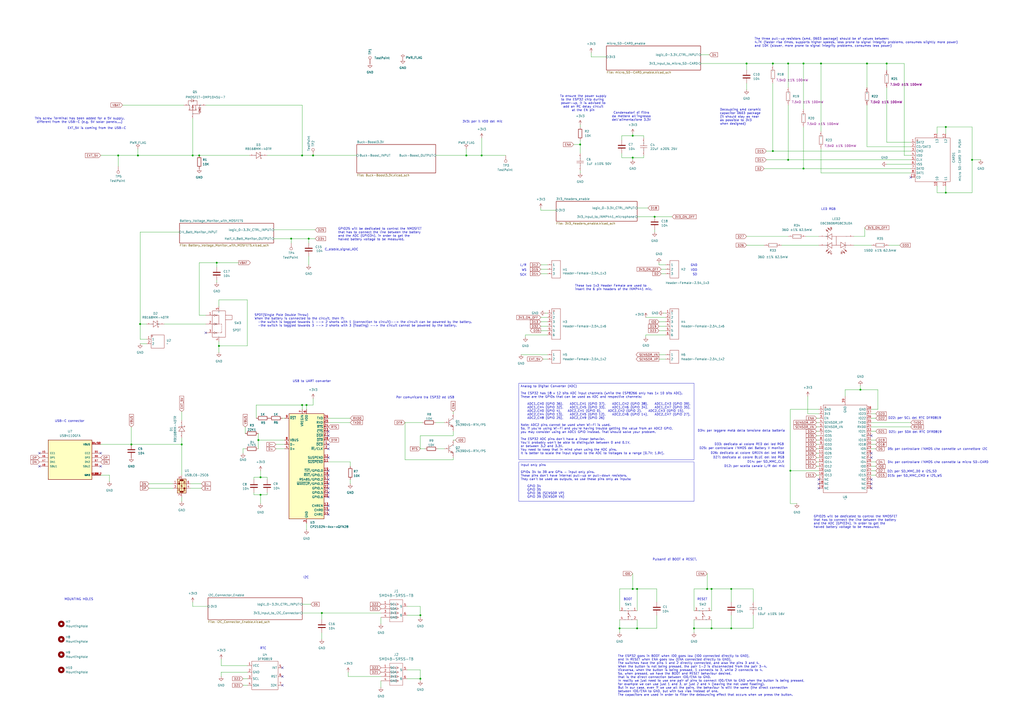
<source format=kicad_sch>
(kicad_sch (version 20250114) (generator "eeschema") (generator_version "9.0")
  (paper "A2")
  (lib_symbols
    (symbol "+3V3_1" (power) (pin_numbers (hide yes)) (pin_names (offset 0) (hide yes))
      (property "Value" "+3V3" (at 0 3.556 0))
      (symbol "+3V3_1_1_1"
        (pin power_in line (at 0 0 90) (length 0) (name "~") (number "1"))
      )
    )
    (symbol "CL10A105KB8NNNC_1"
      (property "Reference" "C" (at 0 3.302 0))
      (symbol "CL10A105KB8NNNC_1_1_0"
        (pin passive line (at -5.08 0 0) (length 2.54) (name "1") (number "1"))
        (pin passive line (at 5.08 0 180) (length 2.54) (name "2") (number "2"))
      )
    )
    (symbol "CL21A226MAQNNNE_1"
      (property "Reference" "C" (at 0 3.556 0))
      (symbol "CL21A226MAQNNNE_1_1_0"
        (pin passive line (at -5.08 0 0) (length 2.54) (name "1") (number "1"))
        (pin passive line (at 5.08 0 180) (length 2.54) (name "2") (number "2"))
      )
    )
    (symbol "Connector:TestPoint" (pin_numbers (hide yes)) (pin_names (offset 0.762) (hide yes))
      (property "Reference" "TP" (at 0 6.858 0))
      (property "Value" "TestPoint" (at 0 5.08 0))
      (symbol "TestPoint_1_1"
        (pin passive line (at 0 0 90) (length 2.54) (name "1") (number "1"))
      )
    )
    (symbol "Device:C" (pin_numbers (hide yes)) (pin_names (offset 0.254))
      (property "Reference" "C" (at 0.635 2.54 0))
      (property "Value" "C" (at 0.635 -2.54 0))
      (symbol "C_1_1"
        (pin passive line (at 0 3.81 270) (length 2.794) (name "~") (number "1"))
        (pin passive line (at 0 -3.81 90) (length 2.794) (name "~") (number "2"))
      )
    )
    (symbol "Device:R" (pin_numbers (hide yes)) (pin_names (offset 0))
      (property "Reference" "R" (at 2.032 0 90))
      (property "Value" "R" (at 0 0 90))
      (symbol "R_1_1"
        (pin passive line (at 0 3.81 270) (length 1.27) (name "~") (number "1"))
        (pin passive line (at 0 -3.81 90) (length 1.27) (name "~") (number "2"))
      )
    )
    (symbol "GND_1" (power) (pin_numbers (hide yes)) (pin_names (offset 0) (hide yes))
      (property "Value" "GND" (at 0 -3.81 0))
      (symbol "GND_1_1_1"
        (pin power_in line (at 0 0 270) (length 0) (name "~") (number "1"))
      )
    )
    (symbol "Header-Female-2.54_1x2_1"
      (property "Reference" "P" (at 0.508 5.08 0))
      (symbol "Header-Female-2.54_1x2_1_1_0"
        (pin passive line (at -3.81 1.27 0) (length 2.54) (name "1") (number "1"))
        (pin passive line (at -3.81 -1.27 0) (length 2.54) (name "2") (number "2"))
      )
    )
    (symbol "Header-Female-2.54_1x6_1"
      (property "Reference" "P" (at 0.254 10.414 0))
      (symbol "Header-Female-2.54_1x6_1_1_0"
        (pin passive line (at -5.08 6.35 0) (length 2.54) (name "1") (number "1"))
        (pin passive line (at -5.08 3.81 0) (length 2.54) (name "2") (number "2"))
        (pin passive line (at -5.08 1.27 0) (length 2.54) (name "3") (number "3"))
        (pin passive line (at -5.08 -1.27 0) (length 2.54) (name "4") (number "4"))
        (pin passive line (at -5.08 -3.81 0) (length 2.54) (name "5") (number "5"))
        (pin passive line (at -5.08 -6.35 0) (length 2.54) (name "6") (number "6"))
      )
    )
    (symbol "Interface_USB:CP2102N-Axx-xQFN28"
      (property "Reference" "U" (at -8.89 31.75 0))
      (property "Value" "CP2102N-Axx-xQFN28" (at 12.7 31.75 0))
      (symbol "CP2102N-Axx-xQFN28_1_1"
        (pin input line (at -12.7 27.94 0) (length 2.54) (name "~{RST}") (number "9"))
        (pin input line (at -12.7 15.24 0) (length 2.54) (name "VBUS") (number "8"))
        (pin bidirectional line (at -12.7 12.7 0) (length 2.54) (name "D-") (number "5"))
        (pin bidirectional line (at -12.7 10.16 0) (length 2.54) (name "D+") (number "4"))
        (pin no_connect line (at -10.16 -27.94 0) (length 2.54) (hide yes) (name "NC") (number "10"))
        (pin power_in line (at -2.54 33.02 270) (length 2.54) (name "VREGIN") (number "7"))
        (pin power_in line (at 0 33.02 270) (length 2.54) (name "VDD") (number "6"))
        (pin passive line (at 0 -33.02 90) (length 2.54) (hide yes) (name "GND") (number "29"))
        (pin power_in line (at 0 -33.02 90) (length 2.54) (name "GND") (number "3"))
        (pin output line (at 12.7 27.94 180) (length 2.54) (name "TXD") (number "26"))
        (pin input line (at 12.7 25.4 180) (length 2.54) (name "RXD") (number "25"))
        (pin output line (at 12.7 22.86 180) (length 2.54) (name "~{RTS}") (number "24"))
        (pin input line (at 12.7 20.32 180) (length 2.54) (name "~{CTS}") (number "23"))
        (pin input line (at 12.7 17.78 180) (length 2.54) (name "~{DSR}") (number "27"))
        (pin output line (at 12.7 15.24 180) (length 2.54) (name "~{DTR}") (number "28"))
        (pin input line (at 12.7 12.7 180) (length 2.54) (name "~{DCD}") (number "1"))
        (pin bidirectional line (at 12.7 10.16 180) (length 2.54) (name "~{RI}/CLK") (number "2"))
        (pin output line (at 12.7 5.08 180) (length 2.54) (name "SUSPEND") (number "12"))
        (pin output line (at 12.7 2.54 180) (length 2.54) (name "~{SUSPEND}") (number "11"))
        (pin bidirectional line (at 12.7 -2.54 180) (length 2.54) (name "~{TXT}/GPIO.0") (number "19"))
        (pin bidirectional line (at 12.7 -5.08 180) (length 2.54) (name "~{RXT}/GPIO.1") (number "18"))
        (pin bidirectional line (at 12.7 -7.62 180) (length 2.54) (name "RS485/GPIO.2") (number "17"))
        (pin bidirectional line (at 12.7 -10.16 180) (length 2.54) (name "~{WAKEUP}/GPIO.3") (number "16"))
        (pin bidirectional line (at 12.7 -12.7 180) (length 2.54) (name "GPIO.4") (number "22"))
        (pin bidirectional line (at 12.7 -15.24 180) (length 2.54) (name "GPIO.5") (number "21"))
        (pin bidirectional line (at 12.7 -17.78 180) (length 2.54) (name "GPIO.6") (number "20"))
        (pin output line (at 12.7 -22.86 180) (length 2.54) (name "CHREN") (number "13"))
        (pin output line (at 12.7 -25.4 180) (length 2.54) (name "CHR0") (number "15"))
        (pin output line (at 12.7 -27.94 180) (length 2.54) (name "CHR1") (number "14"))
      )
    )
    (symbol "Mechanical:MountingHole" (pin_names (offset 1.016)) (in_bom no)
      (property "Reference" "H" (at 0 5.08 0))
      (property "Value" "MountingHole" (at 0 3.175 0))
    )
    (symbol "My_Personal_Symbols_Library:0402WGF1002TCE"
      (property "Reference" "R" (at 0 2.54 0))
      (symbol "0402WGF1002TCE_1_0"
        (pin input line (at -5.08 0 0) (length 2.54) (name "1") (number "1"))
        (pin input line (at 5.08 0 180) (length 2.54) (name "2") (number "2"))
      )
    )
    (symbol "My_Personal_Symbols_Library:0603WAF7501T5E"
      (property "Reference" "R" (at 0 2.54 0))
      (symbol "0603WAF7501T5E_1_0"
        (pin input line (at -5.08 0 0) (length 2.54) (name "1") (number "1"))
        (pin input line (at 5.08 0 180) (length 2.54) (name "2") (number "2"))
      )
    )
    (symbol "My_Personal_Symbols_Library:2n3904S-RTK/PS_C18536"
      (property "Reference" "Q" (at -1.27 3.556 0))
      (symbol "2n3904S-RTK/PS_C18536_1_0"
        (pin input line (at -2.54 0 0) (length 2.54) (name "B") (number "2"))
        (pin input line (at 2.54 5.08 270) (length 2.54) (name "C") (number "3"))
        (pin input line (at 2.54 -5.08 90) (length 2.54) (name "E") (number "1"))
      )
    )
    (symbol "My_Personal_Symbols_Library:CL21A106KOQNNNE"
      (property "Reference" "C" (at 0 3.81 0))
      (symbol "CL21A106KOQNNNE_1_0"
        (pin input line (at -3.81 0 0) (length 2.54) (name "1") (number "1"))
        (pin input line (at 3.81 0 180) (length 2.54) (name "2") (number "2"))
      )
    )
    (symbol "My_Personal_Symbols_Library:DFR0819"
      (property "Reference" "U" (at 0 0 0))
      (symbol "DFR0819_1_1"
        (pin passive line (at -10.16 -5.08 0) (length 2.54) (name "VCC") (number "1"))
        (pin passive line (at -10.16 -8.89 0) (length 2.54) (name "GND") (number "2"))
        (pin passive line (at -10.16 -12.7 0) (length 2.54) (name "SCL") (number "3"))
        (pin passive line (at -10.16 -16.51 0) (length 2.54) (name "SDA") (number "4"))
        (pin passive line (at 10.16 -6.35 180) (length 2.54) (name "INT") (number "5"))
        (pin passive line (at 10.16 -11.43 180) (length 2.54) (name "RST") (number "6"))
        (pin passive line (at 10.16 -16.51 180) (length 2.54) (name "32K") (number "7"))
      )
    )
    (symbol "My_Personal_Symbols_Library:DMP1045U-7"
      (property "Reference" "Q" (at -3.048 4.826 0))
      (symbol "DMP1045U-7_1_0"
        (pin input line (at -7.62 0 0) (length 2.032) (name "G") (number "1"))
        (pin input line (at 0 5.08 270) (length 2.54) (name "D") (number "3"))
        (pin input line (at 0 -7.62 90) (length 2.54) (name "S") (number "2"))
      )
    )
    (symbol "My_Personal_Symbols_Library:E6C0606RGBC3UDA"
      (property "Reference" "LED" (at 0.254 4.826 0))
      (symbol "E6C0606RGBC3UDA_1_0"
        (pin passive line (at -10.16 2.54 0) (length 3.81) (name "B") (number "1"))
        (pin passive line (at -10.16 -2.54 0) (length 3.81) (name "G") (number "3"))
        (pin passive line (at 10.16 2.54 180) (length 3.81) (name "+") (number "2"))
        (pin passive line (at 10.16 -2.54 180) (length 3.81) (name "R") (number "4"))
      )
      (symbol "E6C0606RGBC3UDA_1_1"
        (text "B" (at -3.048 7.112 0) (effects (font (size 1.27 1.27))))
        (text "G" (at -3.048 -7.112 0) (effects (font (size 1.27 1.27))))
        (text "R" (at 3.048 -7.112 0) (effects (font (size 1.27 1.27))))
      )
    )
    (symbol "My_Personal_Symbols_Library:Header-Female-2.54_1x2"
      (property "Reference" "P" (at 0.508 5.08 0))
      (symbol "Header-Female-2.54_1x2_1_0"
        (pin passive line (at -3.81 1.27 0) (length 2.54) (name "1") (number "1"))
        (pin passive line (at -3.81 -1.27 0) (length 2.54) (name "2") (number "2"))
      )
    )
    (symbol "My_Personal_Symbols_Library:Header-Female-2.54_1x3"
      (property "Reference" "P" (at 1.016 6.604 0))
      (symbol "Header-Female-2.54_1x3_1_0"
        (pin input line (at -3.81 2.54 0) (length 2.54) (name "1") (number "1"))
        (pin input line (at -3.81 0 0) (length 2.54) (name "2") (number "2"))
        (pin input line (at -3.81 -2.54 0) (length 2.54) (name "3") (number "3"))
      )
    )
    (symbol "My_Personal_Symbols_Library:KMR211NGLFS"
      (property "Reference" "SW" (at 0 -4.826 0))
      (symbol "KMR211NGLFS_1_0"
        (pin passive line (at -5.08 2.54 0) (length 2.54) (name "3") (number "3"))
        (pin passive line (at -5.08 -2.54 0) (length 2.54) (name "4") (number "4"))
        (pin passive line (at 5.08 2.54 180) (length 2.54) (name "1") (number "1"))
        (pin passive line (at 5.08 -2.54 180) (length 2.54) (name "2") (number "2"))
      )
    )
    (symbol "My_Personal_Symbols_Library:RB168MM-40TR"
      (property "Reference" "D" (at 0 3.302 0))
      (symbol "RB168MM-40TR_1_0"
        (pin passive line (at -5.08 0 0) (length 2.54) (name "C") (number "1"))
        (pin passive line (at 5.08 0 180) (length 2.54) (name "A") (number "2"))
      )
    )
    (symbol "My_Personal_Symbols_Library:S2B-PH-K-S-GW"
      (property "Reference" "U" (at 1.524 5.334 0))
      (symbol "S2B-PH-K-S-GW_1_0"
        (pin passive line (at -5.08 1.27 0) (length 2.54) (name "1") (number "1"))
        (pin passive line (at -5.08 -1.27 0) (length 2.54) (name "2") (number "2"))
      )
    )
    (symbol "My_Personal_Symbols_Library:SS-12F49-G050"
      (property "Reference" "SW" (at 0.254 5.08 0))
      (symbol "SS-12F49-G050_1_0"
        (pin passive line (at -10.16 0 0) (length 2.54) (name "5") (number "5"))
        (pin passive line (at -5.08 -7.62 90) (length 5.08) (name "1") (number "1"))
        (pin passive line (at 0 -7.62 90) (length 5.08) (name "2") (number "2"))
        (pin passive line (at 5.08 -7.62 90) (length 5.08) (name "3") (number "3"))
        (pin passive line (at 10.16 0 180) (length 2.54) (name "4") (number "4"))
      )
    )
    (symbol "My_Personal_Symbols_Library:TF PUSH - micro_SD_card_slot"
      (property "Reference" "CARD" (at 0 0 0))
      (symbol "TF PUSH - micro_SD_card_slot_1_0"
        (pin bidirectional line (at -10.16 10.16 0) (length 2.54) (name "DAT2") (number "1"))
        (pin bidirectional line (at -10.16 7.62 0) (length 2.54) (name "CD/DAT3") (number "2"))
        (pin bidirectional line (at -10.16 5.08 0) (length 2.54) (name "CMD") (number "3"))
        (pin passive line (at -10.16 2.54 0) (length 2.54) (name "VDD") (number "4"))
        (pin input line (at -10.16 0 0) (length 2.54) (name "CLX") (number "5"))
        (pin power_in line (at -10.16 -2.54 0) (length 2.54) (name "VSS") (number "6"))
        (pin bidirectional line (at -10.16 -5.08 0) (length 2.54) (name "DAT0") (number "7"))
        (pin bidirectional line (at -10.16 -7.62 0) (length 2.54) (name "DAT1") (number "8"))
        (pin input line (at -10.16 -10.16 0) (length 2.54) (name "CD") (number "CD"))
        (pin power_in line (at 5.08 15.24 270) (length 2.54) (name "13") (number "13"))
        (pin power_in line (at 5.08 -15.24 90) (length 2.54) (name "10") (number "10"))
        (pin power_in line (at 10.16 15.24 270) (length 2.54) (name "12") (number "12"))
        (pin power_in line (at 10.16 -15.24 90) (length 2.54) (name "11") (number "11"))
      )
    )
    (symbol "My_Personal_Symbols_Library:WIFI-SMD_ESP32-WROVER-E-N4R8"
      (property "Reference" "U" (at -10.668 25.146 0))
      (symbol "WIFI-SMD_ESP32-WROVER-E-N4R8_1_0"
        (pin power_in line (at -15.24 20.32 0) (length 2.54) (name "GND") (number "1"))
        (pin power_in line (at -15.24 17.78 0) (length 2.54) (name "3V3") (number "2"))
        (pin input line (at -15.24 15.24 0) (length 2.54) (name "EN") (number "3"))
        (pin input line (at -15.24 12.7 0) (length 2.54) (name "SENSOR_VP") (number "4"))
        (pin input line (at -15.24 10.16 0) (length 2.54) (name "SENSOR_VN") (number "5"))
        (pin input line (at -15.24 7.62 0) (length 2.54) (name "IO34") (number "6"))
        (pin input line (at -15.24 5.08 0) (length 2.54) (name "IO35") (number "7"))
        (pin bidirectional line (at -15.24 2.54 0) (length 2.54) (name "IO32") (number "8"))
        (pin bidirectional line (at -15.24 0 0) (length 2.54) (name "IO33") (number "9"))
        (pin bidirectional line (at -15.24 -2.54 0) (length 2.54) (name "IO25") (number "10"))
        (pin bidirectional line (at -15.24 -5.08 0) (length 2.54) (name "IO26") (number "11"))
        (pin bidirectional line (at -15.24 -7.62 0) (length 2.54) (name "IO27") (number "12"))
        (pin bidirectional line (at -15.24 -10.16 0) (length 2.54) (name "IO14") (number "13"))
        (pin bidirectional line (at -15.24 -12.7 0) (length 2.54) (name "IO12") (number "14"))
        (pin power_in line (at -15.24 -15.24 0) (length 2.54) (name "GND") (number "15"))
        (pin bidirectional line (at -15.24 -17.78 0) (length 2.54) (name "IO13") (number "16"))
        (pin unspecified line (at -15.24 -20.32 0) (length 2.54) (name "NC") (number "17"))
        (pin unspecified line (at -15.24 -22.86 0) (length 2.54) (name "NC") (number "18"))
        (pin unspecified line (at -15.24 -25.4 0) (length 2.54) (name "NC") (number "19"))
        (pin power_in line (at 0 27.94 270) (length 5.08) (name "GND") (number "39"))
        (pin power_in line (at 15.24 20.32 180) (length 2.54) (name "GND") (number "38"))
        (pin bidirectional line (at 15.24 17.78 180) (length 2.54) (name "IO23") (number "37"))
        (pin bidirectional line (at 15.24 15.24 180) (length 2.54) (name "IO22") (number "36"))
        (pin bidirectional line (at 15.24 12.7 180) (length 2.54) (name "TXD0") (number "35"))
        (pin bidirectional line (at 15.24 10.16 180) (length 2.54) (name "RXD0") (number "34"))
        (pin bidirectional line (at 15.24 7.62 180) (length 2.54) (name "IO21") (number "33"))
        (pin unspecified line (at 15.24 5.08 180) (length 2.54) (name "NC") (number "32"))
        (pin bidirectional line (at 15.24 2.54 180) (length 2.54) (name "IO19") (number "31"))
        (pin bidirectional line (at 15.24 0 180) (length 2.54) (name "IO18") (number "30"))
        (pin bidirectional line (at 15.24 -2.54 180) (length 2.54) (name "IO5") (number "29"))
        (pin unspecified line (at 15.24 -5.08 180) (length 2.54) (name "NC") (number "28"))
        (pin unspecified line (at 15.24 -7.62 180) (length 2.54) (name "NC") (number "27"))
        (pin bidirectional line (at 15.24 -10.16 180) (length 2.54) (name "IO4") (number "26"))
        (pin bidirectional line (at 15.24 -12.7 180) (length 2.54) (name "IO0") (number "25"))
        (pin bidirectional line (at 15.24 -15.24 180) (length 2.54) (name "IO2") (number "24"))
        (pin bidirectional line (at 15.24 -17.78 180) (length 2.54) (name "IO15") (number "23"))
        (pin unspecified line (at 15.24 -20.32 180) (length 2.54) (name "NC") (number "22"))
        (pin unspecified line (at 15.24 -22.86 180) (length 2.54) (name "NC") (number "21"))
        (pin unspecified line (at 15.24 -25.4 180) (length 2.54) (name "NC") (number "20"))
      )
    )
    (symbol "SM04B-SRSS-TB_1" (pin_names (offset 0.254))
      (property "Reference" "J" (at 8.636 4.318 0))
      (property "Value" "SM04B-SRSS-TB" (at 1.27 -14.478 0))
      (symbol "SM04B-SRSS-TB_1_1_1"
        (pin passive line (at 0 0 0) (length 5.08) (name "SCL") (number "1"))
        (pin passive line (at 0 -2.54 0) (length 5.08) (name "SDA") (number "2"))
        (pin passive line (at 0 -5.08 0) (length 5.08) (name "3V3") (number "3"))
        (pin passive line (at 0 -7.62 0) (length 5.08) (name "GND") (number "4"))
        (pin passive line (at 15.24 -1.27 180) (length 2.54) (name "5") (number "5"))
        (pin passive line (at 15.24 -6.35 180) (length 2.54) (name "6") (number "6"))
      )
      (symbol "SM04B-SRSS-TB_1_1_2"
        (pin unspecified line (at 0 0 0) (length 5.08) (name "1") (number "1"))
        (pin unspecified line (at 0 -2.54 0) (length 5.08) (name "2") (number "2"))
        (pin unspecified line (at 0 -5.08 0) (length 5.08) (name "3") (number "3"))
        (pin unspecified line (at 0 -7.62 0) (length 5.08) (name "4") (number "4"))
      )
    )
    (symbol "USB4110GFA_1" (pin_names (offset 1.016))
      (property "Reference" "J" (at -12.7 11.43 0))
      (property "Value" "USB4110GFA" (at -12.7 -15.24 0))
      (symbol "USB4110GFA_1_0_0"
        (pin bidirectional line (at -17.78 2.54 0) (length 5.08) (name "CC1") (number "A5"))
        (pin bidirectional line (at -17.78 0 0) (length 5.08) (name "DP1") (number "A6"))
        (pin bidirectional line (at -17.78 -2.54 0) (length 5.08) (name "DN1") (number "A7"))
        (pin bidirectional line (at -17.78 -5.08 0) (length 5.08) (name "SBU1") (number "A8"))
        (pin passive line (at 17.78 7.62 180) (length 5.08) (name "VBUS") (number "A4/B9"))
        (pin passive line (at 17.78 7.62 180) (length 5.08) (name "VBUS") (number "B4/A9"))
        (pin bidirectional line (at 17.78 2.54 180) (length 5.08) (name "CC2") (number "B5"))
        (pin bidirectional line (at 17.78 0 180) (length 5.08) (name "DP2") (number "B6"))
        (pin bidirectional line (at 17.78 -2.54 180) (length 5.08) (name "DN2") (number "B7"))
        (pin bidirectional line (at 17.78 -5.08 180) (length 5.08) (name "SBU2") (number "B8"))
        (pin passive line (at 17.78 -10.16 180) (length 5.08) (name "GND") (number "A1/B12"))
        (pin passive line (at 17.78 -10.16 180) (length 5.08) (name "GND") (number "B1/A12"))
        (pin passive line (at 17.78 -10.16 180) (length 5.08) (name "GND") (number "S1"))
        (pin passive line (at 17.78 -10.16 180) (length 5.08) (name "GND") (number "S2"))
        (pin passive line (at 17.78 -10.16 180) (length 5.08) (name "GND") (number "S3"))
        (pin passive line (at 17.78 -10.16 180) (length 5.08) (name "GND") (number "S4"))
      )
    )
    (symbol "USBLC6-2SC6_1" (pin_names (hide yes))
      (property "Reference" "U" (at 0.635 5.715 0))
      (property "Value" "USBLC6-2SC6" (at 0.635 3.81 0))
      (symbol "USBLC6-2SC6_1_1_1"
        (pin passive line (at -5.08 0 0) (length 2.54) (name "I/O1") (number "1"))
        (pin passive line (at -5.08 -2.54 0) (length 2.54) (name "I/O2") (number "3"))
        (pin passive line (at 0 5.08 270) (length 2.54) (name "VBUS") (number "5"))
        (pin passive line (at 0 -7.62 90) (length 2.54) (name "GND") (number "2"))
        (pin passive line (at 5.08 0 180) (length 2.54) (name "I/O1") (number "6"))
        (pin passive line (at 5.08 -2.54 180) (length 2.54) (name "I/O2") (number "4"))
      )
    )
    (symbol "power:+3V3" (power) (pin_numbers (hide yes)) (pin_names (offset 0) (hide yes))
      (property "Value" "+3V3" (at 0 3.556 0))
      (symbol "+3V3_1_1"
        (pin power_in line (at 0 0 90) (length 0) (name "~") (number "1"))
      )
    )
    (symbol "power:PWR_FLAG" (power) (pin_numbers (hide yes)) (pin_names (offset 0) (hide yes))
      (property "Value" "PWR_FLAG" (at 0 3.81 0))
      (symbol "PWR_FLAG_0_0"
        (pin power_out line (at 0 0 90) (length 0) (name "pwr") (number "1"))
      )
    )
  )
  (text "VDD" (at 402.59 156.718 0) (effects (font (size 1.27 1.27))))
  (text "D14: per SD_MMC_CLK" (at 444.246 267.97 0) (effects (font (size 1.27 1.27))))
  (text "3V3: per il VDD del mic" (at 279.908 70.612 0) (effects (font (size 1.27 1.27))))
  (text "GPIO25 will be dedicated to control the NMOSFET\nthat has to connect the line between the battery \nand the ADC (GPIO34), in order to get the \nhalved battery voltage to be measured." (at 471.932 302.768 0) (effects (font (size 1.27 1.27)) (justify left)))
  (text "This screw Terminal has been added for a 5V supply,\ndifferent from the USB-C (e.g. 5V solar panels,...)" (at 46.228 69.85 0) (effects (font (size 1.27 1.27))))
  (text "RTC" (at 152.654 376.174 0) (effects (font (size 1.27 1.27))))
  (text "D33: dedicato al colore RED del led RGB" (at 434.594 257.81 0) (effects (font (size 1.27 1.27))))
  (text "L/R" (at 303.53 153.924 0) (effects (font (size 1.27 1.27))))
  (text "GND" (at 402.59 153.924 0) (effects (font (size 1.27 1.27))))
  (text "D2: per SD_MMC_D0 e I2S_SD" (at 529.082 273.558 0) (effects (font (size 1.27 1.27))))
  (text "SCK" (at 303.53 159.512 0) (effects (font (size 1.27 1.27))))
  (text "MOUNTING HOLES" (at 45.72 347.726 0) (effects (font (size 1.27 1.27))))
  (text "Decoupling smd ceramic\ncapacitor 0603 package\n(it should stay as near \nas possible to 3V3 \nwhen designed)" (at 417.576 67.818 0) (effects (font (size 1.27 1.27)) (justify left)))
  (text "Per comunicare tra ESP32 ed USB" (at 246.634 230.632 0) (effects (font (size 1.27 1.27))))
  (text "D26: dedicato al colore GREEN del led RGB" (at 433.578 262.89 0) (effects (font (size 1.27 1.27))))
  (text "Pulsanti di BOOT e RESET." (at 391.414 324.612 0) (effects (font (size 1.27 1.27))))
  (text "The three pull-up resistors (smd, 0603 package) should be of values between:\n4.7K (faster rise times, supports higher speeds, less prone to signal integrity problems, consumes slightly more power)\nand 10K (slower, more prone to signal integrity problems, consumes less power)" (at 437.642 24.638 0) (effects (font (size 1.27 1.27)) (justify left)))
  (text "The ESP32 goes in BOOT when IO0 goes low (IO0 connected directly to GND),\nand in RESET when ENA goes low (ENA connected directly to GND).\nThe switches have the pins 1 and 2 directly connected, and also the pins 3 and 4.\nWhen the button is not being pressed, the pair 1-2 is disconnected from the pair 3-4.\nViceversa, when the button is being pressed, 1 connects to 3, while 2 connects to 4.\nSo, when pressed, we have the BOOT and RESET behaviour desired, \nthat is the direct connection between IO0/ENA to GND.\nIn reality we just need to use one pair of pins to connect IO0/ENA to GND when the button is being pressed,\nfor example we can use just 1 and 3, or just 2 and 4 (leaving the not used floating).\nBut in our case, even if we use all the pairs, the behaviour is still the same (the direct connection\nbetween IO0/ENA to GND, but with two vias instead of one.\nThe capacitors are used in order to filter the debouncing effect that occurs when we press the button." (at 358.394 391.922 0) (effects (font (size 1.27 1.27)) (justify left)))
  (text "D22: per SCL del RTC DFR0819" (at 530.606 242.57 0) (effects (font (size 1.27 1.27))))
  (text "LED RGB" (at 480.568 121.412 0) (effects (font (size 1.27 1.27))))
  (text "Condensatori di filtro\nda mettere all'ingresso\ndell'alimentazione 3.3V" (at 366.268 67.564 0) (effects (font (size 1.27 1.27))))
  (text "GPIO25 will be dedicated to control the NMOSFET\nthat has to connect the line between the battery \nand the ADC (GPIO34), in order to get the \nhalved battery voltage to be measured." (at 196.088 135.89 0) (effects (font (size 1.27 1.27)) (justify left)))
  (text "EXT_5V is coming from the USB-C" (at 56.134 74.422 0) (effects (font (size 1.27 1.27))))
  (text "D5: per controllare l'NMOS che connette un connettore I2C" (at 514.858 260.604 0) (effects (font (size 1.27 1.27)) (justify left)))
  (text "D12: per scelta canale L/R del mic" (at 437.642 270.51 0) (effects (font (size 1.27 1.27))))
  (text "SD" (at 403.098 159.258 0) (effects (font (size 1.27 1.27))))
  (text "USB to UART converter" (at 180.848 221.234 0) (effects (font (size 1.27 1.27))))
  (text "RESET" (at 407.416 347.726 0) (effects (font (size 1.27 1.27))))
  (text "D25: per controllare l'NMOS del Battery V monitor" (at 405.638 260.096 0) (effects (font (size 1.27 1.27)) (justify left)))
  (text "D27: dedicato al colore BLUE del led RGB" (at 434.34 265.43 0) (effects (font (size 1.27 1.27))))
  (text "To ensure the power supply\nto the ESP32 chip during \npower-up, it is advised to\nadd an RC delay circuit\nat the EN pin" (at 338.328 59.944 0) (effects (font (size 1.27 1.27))))
  (text "D15: per SD_MMC_CMD e I2S_WS" (at 530.606 276.098 0) (effects (font (size 1.27 1.27))))
  (text "SPDT(Single Pole Double Throw)\nWhen the battery is connected to the circuit, then if:\n  -the switch is toggled towards 1 --> 2 shorts with 1 (connection to circuit)--> the circuit can be powered by the battery.\n  -the switch is toggled towards 3 --> 2 shorts with 3 (floating) --> the circuit cannot be powered by the battery.\n" (at 147.574 185.928 0) (effects (font (size 1.27 1.27)) (justify left)))
  (text "I2C" (at 177.546 335.026 0) (effects (font (size 1.27 1.27))))
  (text "USB-C connector" (at 40.386 244.348 0) (effects (font (size 1.27 1.27))))
  (text "D21: per SDA del RTC DFR0819" (at 530.86 250.698 0) (effects (font (size 1.27 1.27))))
  (text "These two 1x3 Header Female are used to\ninsert the 6 pin headers of the INMP441 mic." (at 333.502 166.878 0) (effects (font (size 1.27 1.27)) (justify left)))
  (text "C_stable_signal_ADC" (at 198.12 144.78 0) (effects (font (size 1.27 1.27))))
  (text "WS" (at 304.038 156.718 0) (effects (font (size 1.27 1.27))))
  (text "BOOT" (at 364.236 347.726 0) (effects (font (size 1.27 1.27))))
  (text "D34: per leggere metà della tensione della batteria" (at 404.622 249.936 0) (effects (font (size 1.27 1.27)) (justify left)))
  (text "D4: per controllare l'NMOS che connette la micro SD-CARD" (at 514.858 268.224 0) (effects (font (size 1.27 1.27)) (justify left)))
  (text_box "Input only pins\n\nGPIOs 34 to 39 are GPIs - input only pins. \nThese pins don't have internal pull-up or pull-down resistors. \nThey can't be used as outputs, so use these pins only as inputs:\n\n    GPIO 34\n    GPIO 35\n    GPIO 36 (SENSOR VP)\n    GPIO 39 (SENSOR VN)\n" (at 300.99 267.97 0) (size 101.6 22.86) (margins 0.9525 0.9525 0.9525 0.9525) (effects (font (size 1.27 1.27)) (justify left top)))
  (text_box "Analog to Digital Converter (ADC)\n\nThe ESP32 has 18 x 12 bits ADC input channels (while the ESP8266 only has 1x 10 bits ADC). \nThese are the GPIOs that can be used as ADC and respective channels:\n\n    ADC1_CH0 (GPIO 36),    ADC1_CH1 (GPIO 37),    ADC1_CH2 (GPIO 38),    ADC1_CH3 (GPIO 39),\n    ADC1_CH4 (GPIO 32),    ADC1_CH5 (GPIO 33),    ADC1_CH6 (GPIO 34),    ADC1_CH7 (GPIO 35),\n    ADC2_CH0 (GPIO 4),    ADC2_CH1 (GPIO 0),    ADC2_CH2 (GPIO 2),    ADC2_CH3 (GPIO 15),\n    ADC2_CH4 (GPIO 13),    ADC2_CH5 (GPIO 12),    ADC2_CH6 (GPIO 14),    ADC2_CH7 (GPIO 27),\n    ADC2_CH8 (GPIO 25),    ADC2_CH9 (GPIO 26)\n\nNote: ADC2 pins cannot be used when Wi-Fi is used. \nSo, if you're using Wi-Fi and you're having trouble getting the value from an ADC2 GPIO, \nyou may consider using an ADC1 GPIO instead. That should solve your problem.\n\nThe ESP32 ADC pins don't have a linear behavior. \nYou'll probably won't be able to distinguish between 0 and 0.1V, \nor between 3.2 and 3.3V. \nYou need to keep that in mind when using the ADC pins.\nIt is better to scale the input signal to the ADC to Voltages to a range [0.7V; 1.9V]." (at 300.99 222.25 0) (size 101.6 44.45) (margins 0.9525 0.9525 0.9525 0.9525) (effects (font (size 1.27 1.27)) (justify left top)))
  (junction (at 149.86 255.27))
  (junction (at 336.55 83.82))
  (junction (at 369.57 364.49))
  (junction (at 433.07 36.83))
  (junction (at 466.09 36.83))
  (junction (at 175.26 234.95))
  (junction (at 466.09 97.79))
  (junction (at 402.59 364.49))
  (junction (at 458.47 273.05))
  (junction (at 448.31 36.83))
  (junction (at 369.57 341.63))
  (junction (at 81.28 187.96))
  (junction (at 448.31 87.63))
  (junction (at 179.07 138.43))
  (junction (at 151.13 287.02))
  (junction (at 367.03 78.74))
  (junction (at 410.21 341.63))
  (junction (at 548.64 73.66))
  (junction (at 502.92 36.83))
  (junction (at 125.73 152.4))
  (junction (at 412.75 364.49))
  (junction (at 127 200.66))
  (junction (at 563.88 92.71))
  (junction (at 115.57 90.17))
  (junction (at 412.75 341.63))
  (junction (at 270.51 90.17))
  (junction (at 367.03 341.63))
  (junction (at 111.76 90.17))
  (junction (at 476.25 36.83))
  (junction (at 175.26 90.17))
  (junction (at 514.35 36.83))
  (junction (at 151.13 276.86))
  (junction (at 548.64 111.76))
  (junction (at 424.18 341.63))
  (junction (at 181.61 90.17))
  (junction (at 80.01 90.17))
  (junction (at 499.11 226.06))
  (junction (at 379.73 125.73))
  (junction (at 243.84 356.87))
  (junction (at 424.18 364.49))
  (junction (at 68.58 90.17))
  (junction (at 279.4 90.17))
  (junction (at 168.91 138.43))
  (junction (at 177.8 234.95))
  (junction (at 367.03 91.44))
  (junction (at 105.41 257.81))
  (junction (at 186.69 355.6))
  (junction (at 457.2 92.71))
  (junction (at 76.2 257.81))
  (junction (at 457.2 36.83))
  (junction (at 243.84 393.7))
  (junction (at 359.41 364.49))
  (no_connect (at 505.46 262.89))
  (no_connect (at 190.5 293.37))
  (no_connect (at 190.5 252.73))
  (no_connect (at 190.5 273.05))
  (no_connect (at 528.32 102.87))
  (no_connect (at 190.5 280.67))
  (no_connect (at 22.86 262.89))
  (no_connect (at 190.5 250.19))
  (no_connect (at 22.86 270.51))
  (no_connect (at 190.5 260.35))
  (no_connect (at 58.42 262.89))
  (no_connect (at 474.98 283.21))
  (no_connect (at 190.5 283.21))
  (no_connect (at 163.83 392.43))
  (no_connect (at 505.46 265.43))
  (no_connect (at 58.42 270.51))
  (no_connect (at 190.5 265.43))
  (no_connect (at 190.5 278.13))
  (no_connect (at 505.46 252.73))
  (no_connect (at 190.5 298.45))
  (no_connect (at 505.46 278.13))
  (no_connect (at 190.5 285.75))
  (no_connect (at 190.5 288.29))
  (no_connect (at 190.5 275.59))
  (no_connect (at 163.83 387.35))
  (no_connect (at 163.83 397.51))
  (no_connect (at 505.46 280.67))
  (no_connect (at 505.46 283.21))
  (no_connect (at 190.5 295.91))
  (no_connect (at 119.38 193.04))
  (no_connect (at 474.98 280.67))
  (no_connect (at 190.5 257.81))
  (no_connect (at 474.98 278.13))
  (wire (pts (xy 508 275.59) (xy 505.46 275.59)))
  (wire (pts (xy 466.09 97.79) (xy 528.32 97.79)))
  (wire (pts (xy 528.32 247.65) (xy 505.46 247.65)))
  (wire (pts (xy 508 267.97) (xy 505.46 267.97)))
  (wire (pts (xy 424.18 364.49) (xy 424.18 356.87)))
  (wire (pts (xy 95.25 187.96) (xy 119.38 187.96)))
  (wire (pts (xy 548.64 73.66) (xy 563.88 73.66)))
  (wire (pts (xy 473.71 260.35) (xy 474.98 260.35)))
  (wire (pts (xy 448.31 87.63) (xy 528.32 87.63)))
  (wire (pts (xy 149.86 255.27) (xy 149.86 260.35)))
  (wire (pts (xy 514.35 95.25) (xy 528.32 95.25)))
  (wire (pts (xy 252.73 245.11) (xy 257.81 245.11)))
  (wire (pts (xy 125.73 152.4) (xy 138.43 152.4)))
  (wire (pts (xy 499.11 226.06) (xy 509.27 226.06)))
  (wire (pts (xy 86.36 280.67) (xy 100.33 280.67)))
  (wire (pts (xy 186.69 355.6) (xy 220.98 355.6)))
  (wire (pts (xy 458.47 292.1) (xy 462.28 292.1)))
  (wire (pts (xy 433.07 36.83) (xy 433.07 40.64)))
  (wire (pts (xy 181.61 90.17) (xy 207.01 90.17)))
  (wire (pts (xy 149.86 255.27) (xy 165.1 255.27)))
  (wire (pts (xy 367.03 77.47) (xy 367.03 78.74)))
  (wire (pts (xy 473.71 270.51) (xy 474.98 270.51)))
  (wire (pts (xy 336.55 72.39) (xy 336.55 73.66)))
  (wire (pts (xy 201.93 392.43) (xy 220.98 392.43)))
  (wire (pts (xy 360.68 91.44) (xy 367.03 91.44)))
  (wire (pts (xy 508 257.81) (xy 505.46 257.81)))
  (wire (pts (xy 111.76 351.79) (xy 120.65 351.79)))
  (wire (pts (xy 262.89 250.19) (xy 262.89 252.73)))
  (wire (pts (xy 105.41 238.76) (xy 105.41 243.84)))
  (wire (pts (xy 128.27 382.27) (xy 128.27 386.08)))
  (wire (pts (xy 373.38 90.17) (xy 373.38 91.44)))
  (wire (pts (xy 186.69 355.6) (xy 186.69 359.41)))
  (wire (pts (xy 63.5 279.4) (xy 63.5 275.59)))
  (wire (pts (xy 473.71 245.11) (xy 474.98 245.11)))
  (wire (pts (xy 332.74 83.82) (xy 336.55 83.82)))
  (wire (pts (xy 495.3 142.24) (xy 505.46 142.24)))
  (wire (pts (xy 160.02 260.35) (xy 165.1 260.35)))
  (wire (pts (xy 543.56 107.95) (xy 543.56 111.76)))
  (wire (pts (xy 436.88 341.63) (xy 424.18 341.63)))
  (wire (pts (xy 154.94 276.86) (xy 154.94 278.13)))
  (wire (pts (xy 336.55 88.9) (xy 336.55 83.82)))
  (wire (pts (xy 402.59 364.49) (xy 402.59 367.03)))
  (wire (pts (xy 313.69 191.77) (xy 317.5 191.77)))
  (wire (pts (xy 125.73 152.4) (xy 125.73 154.94)))
  (wire (pts (xy 412.75 364.49) (xy 402.59 364.49)))
  (wire (pts (xy 466.09 36.83) (xy 476.25 36.83)))
  (wire (pts (xy 495.3 137.16) (xy 501.65 137.16)))
  (wire (pts (xy 81.28 134.62) (xy 104.14 134.62)))
  (wire (pts (xy 402.59 341.63) (xy 410.21 341.63)))
  (wire (pts (xy 81.28 187.96) (xy 81.28 196.85)))
  (wire (pts (xy 448.31 36.83) (xy 448.31 38.1)))
  (wire (pts (xy 313.69 120.65) (xy 313.69 121.92)))
  (wire (pts (xy 151.13 276.86) (xy 154.94 276.86)))
  (wire (pts (xy 457.2 36.83) (xy 466.09 36.83)))
  (wire (pts (xy 313.69 156.21) (xy 317.5 156.21)))
  (wire (pts (xy 313.69 153.67) (xy 317.5 153.67)))
  (wire (pts (xy 128.27 392.43) (xy 128.27 389.89)))
  (wire (pts (xy 158.75 138.43) (xy 168.91 138.43)))
  (wire (pts (xy 58.42 275.59) (xy 63.5 275.59)))
  (wire (pts (xy 443.23 97.79) (xy 466.09 97.79)))
  (wire (pts (xy 410.21 341.63) (xy 412.75 341.63)))
  (wire (pts (xy 433.07 137.16) (xy 457.2 137.16)))
  (wire (pts (xy 154.94 90.17) (xy 175.26 90.17)))
  (wire (pts (xy 262.89 266.7) (xy 262.89 265.43)))
  (wire (pts (xy 433.07 36.83) (xy 448.31 36.83)))
  (wire (pts (xy 158.75 133.35) (xy 182.88 133.35)))
  (wire (pts (xy 111.76 90.17) (xy 115.57 90.17)))
  (wire (pts (xy 105.41 254) (xy 105.41 257.81)))
  (wire (pts (xy 508 242.57) (xy 505.46 242.57)))
  (wire (pts (xy 243.84 356.87) (xy 243.84 358.14)))
  (wire (pts (xy 68.58 90.17) (xy 80.01 90.17)))
  (wire (pts (xy 383.54 156.21) (xy 386.08 156.21)))
  (wire (pts (xy 524.51 36.83) (xy 524.51 90.17)))
  (wire (pts (xy 473.71 275.59) (xy 474.98 275.59)))
  (wire (pts (xy 314.96 208.28) (xy 317.5 208.28)))
  (wire (pts (xy 149.86 251.46) (xy 149.86 255.27)))
  (wire (pts (xy 313.69 186.69) (xy 317.5 186.69)))
  (wire (pts (xy 81.28 187.96) (xy 85.09 187.96)))
  (wire (pts (xy 473.71 255.27) (xy 474.98 255.27)))
  (wire (pts (xy 509.27 226.06) (xy 509.27 237.49)))
  (wire (pts (xy 154.94 287.02) (xy 154.94 285.75)))
  (wire (pts (xy 473.71 262.89) (xy 474.98 262.89)))
  (wire (pts (xy 359.41 341.63) (xy 367.03 341.63)))
  (wire (pts (xy 457.2 60.96) (xy 457.2 92.71)))
  (wire (pts (xy 203.2 242.57) (xy 190.5 242.57)))
  (wire (pts (xy 220.98 398.78) (xy 220.98 394.97)))
  (wire (pts (xy 186.69 370.84) (xy 186.69 367.03)))
  (wire (pts (xy 148.59 234.95) (xy 175.26 234.95)))
  (wire (pts (xy 514.35 82.55) (xy 528.32 82.55)))
  (wire (pts (xy 76.2 247.65) (xy 76.2 257.81)))
  (wire (pts (xy 406.4 36.83) (xy 433.07 36.83)))
  (wire (pts (xy 177.8 303.53) (xy 177.8 307.34)))
  (wire (pts (xy 243.84 388.62) (xy 243.84 393.7)))
  (wire (pts (xy 501.65 132.08) (xy 501.65 137.16)))
  (wire (pts (xy 515.62 142.24) (xy 521.97 142.24)))
  (wire (pts (xy 360.68 91.44) (xy 360.68 88.9)))
  (wire (pts (xy 476.25 86.36) (xy 476.25 100.33)))
  (wire (pts (xy 234.95 266.7) (xy 262.89 266.7)))
  (wire (pts (xy 548.64 111.76) (xy 563.88 111.76)))
  (wire (pts (xy 448.31 48.26) (xy 448.31 87.63)))
  (wire (pts (xy 473.71 250.19) (xy 474.98 250.19)))
  (wire (pts (xy 444.5 87.63) (xy 448.31 87.63)))
  (wire (pts (xy 524.51 90.17) (xy 528.32 90.17)))
  (wire (pts (xy 336.55 99.06) (xy 336.55 100.33)))
  (wire (pts (xy 473.71 242.57) (xy 474.98 242.57)))
  (wire (pts (xy 473.71 247.65) (xy 474.98 247.65)))
  (wire (pts (xy 373.38 80.01) (xy 373.38 78.74)))
  (wire (pts (xy 369.57 120.65) (xy 375.92 120.65)))
  (wire (pts (xy 234.95 245.11) (xy 234.95 266.7)))
  (wire (pts (xy 151.13 287.02) (xy 151.13 292.1)))
  (wire (pts (xy 342.9 30.48) (xy 342.9 33.02)))
  (wire (pts (xy 466.09 73.66) (xy 466.09 97.79)))
  (wire (pts (xy 142.24 251.46) (xy 142.24 247.65)))
  (wire (pts (xy 179.07 148.59) (xy 179.07 153.67)))
  (wire (pts (xy 412.75 359.41) (xy 412.75 364.49)))
  (wire (pts (xy 508 255.27) (xy 505.46 255.27)))
  (wire (pts (xy 502.92 85.09) (xy 528.32 85.09)))
  (wire (pts (xy 374.65 195.58) (xy 374.65 194.31)))
  (wire (pts (xy 175.26 355.6) (xy 186.69 355.6)))
  (wire (pts (xy 119.38 60.96) (xy 175.26 60.96)))
  (wire (pts (xy 453.39 142.24) (xy 474.98 142.24)))
  (wire (pts (xy 359.41 359.41) (xy 359.41 364.49)))
  (wire (pts (xy 473.71 267.97) (xy 474.98 267.97)))
  (wire (pts (xy 468.63 229.87) (xy 468.63 240.03)))
  (wire (pts (xy 382.27 191.77) (xy 386.08 191.77)))
  (wire (pts (xy 203.2 245.11) (xy 190.5 245.11)))
  (wire (pts (xy 457.2 92.71) (xy 528.32 92.71)))
  (wire (pts (xy 181.61 231.14) (xy 181.61 234.95)))
  (wire (pts (xy 58.42 90.17) (xy 68.58 90.17)))
  (wire (pts (xy 147.32 287.02) (xy 151.13 287.02)))
  (wire (pts (xy 81.28 196.85) (xy 85.09 196.85)))
  (wire (pts (xy 127 198.12) (xy 127 200.66)))
  (wire (pts (xy 476.25 36.83) (xy 502.92 36.83)))
  (wire (pts (xy 270.51 86.36) (xy 270.51 90.17)))
  (wire (pts (xy 302.26 205.74) (xy 317.5 205.74)))
  (wire (pts (xy 382.27 208.28) (xy 386.08 208.28)))
  (wire (pts (xy 147.32 287.02) (xy 147.32 285.75)))
  (wire (pts (xy 448.31 36.83) (xy 457.2 36.83)))
  (wire (pts (xy 379.73 125.73) (xy 389.89 125.73)))
  (wire (pts (xy 147.32 276.86) (xy 151.13 276.86)))
  (wire (pts (xy 234.95 245.11) (xy 245.11 245.11)))
  (wire (pts (xy 105.41 257.81) (xy 105.41 275.59)))
  (wire (pts (xy 80.01 86.36) (xy 80.01 90.17)))
  (wire (pts (xy 382.27 205.74) (xy 386.08 205.74)))
  (wire (pts (xy 264.16 255.27) (xy 262.89 255.27)))
  (wire (pts (xy 360.68 78.74) (xy 360.68 81.28)))
  (wire (pts (xy 128.27 386.08) (xy 143.51 386.08)))
  (wire (pts (xy 254 260.35) (xy 257.81 260.35)))
  (wire (pts (xy 508 260.35) (xy 505.46 260.35)))
  (wire (pts (xy 68.58 90.17) (xy 68.58 96.52)))
  (wire (pts (xy 177.8 234.95) (xy 177.8 237.49)))
  (wire (pts (xy 369.57 125.73) (xy 379.73 125.73)))
  (wire (pts (xy 543.56 111.76) (xy 548.64 111.76)))
  (wire (pts (xy 367.03 341.63) (xy 367.03 332.74)))
  (wire (pts (xy 115.57 152.4) (xy 125.73 152.4)))
  (wire (pts (xy 115.57 182.88) (xy 115.57 152.4)))
  (wire (pts (xy 110.49 283.21) (xy 116.84 283.21)))
  (wire (pts (xy 444.5 92.71) (xy 457.2 92.71)))
  (wire (pts (xy 381 364.49) (xy 381 356.87)))
  (wire (pts (xy 179.07 138.43) (xy 182.88 138.43)))
  (wire (pts (xy 548.64 73.66) (xy 548.64 77.47)))
  (wire (pts (xy 508 240.03) (xy 505.46 240.03)))
  (wire (pts (xy 402.59 354.33) (xy 402.59 341.63)))
  (wire (pts (xy 279.4 80.01) (xy 279.4 90.17)))
  (wire (pts (xy 262.89 238.76) (xy 262.89 240.03)))
  (wire (pts (xy 115.57 90.17) (xy 144.78 90.17)))
  (wire (pts (xy 175.26 90.17) (xy 181.61 90.17)))
  (wire (pts (xy 140.97 260.35) (xy 140.97 262.89)))
  (wire (pts (xy 243.84 252.73) (xy 243.84 260.35)))
  (wire (pts (xy 476.25 100.33) (xy 528.32 100.33)))
  (wire (pts (xy 508 250.19) (xy 505.46 250.19)))
  (wire (pts (xy 168.91 138.43) (xy 179.07 138.43)))
  (wire (pts (xy 119.38 182.88) (xy 115.57 182.88)))
  (wire (pts (xy 236.22 388.62) (xy 243.84 388.62)))
  (wire (pts (xy 474.98 237.49) (xy 458.47 237.49)))
  (wire (pts (xy 490.22 229.87) (xy 490.22 226.06)))
  (wire (pts (xy 433.07 52.07) (xy 433.07 48.26)))
  (wire (pts (xy 336.55 81.28) (xy 336.55 83.82)))
  (wire (pts (xy 502.92 36.83) (xy 502.92 50.8)))
  (wire (pts (xy 424.18 341.63) (xy 424.18 349.25)))
  (wire (pts (xy 111.76 68.58) (xy 111.76 90.17)))
  (wire (pts (xy 143.51 173.99) (xy 143.51 200.66)))
  (wire (pts (xy 367.03 91.44) (xy 373.38 91.44)))
  (wire (pts (xy 147.32 276.86) (xy 147.32 278.13)))
  (wire (pts (xy 412.75 341.63) (xy 424.18 341.63)))
  (wire (pts (xy 58.42 257.81) (xy 76.2 257.81)))
  (wire (pts (xy 140.97 397.51) (xy 143.51 397.51)))
  (wire (pts (xy 125.73 162.56) (xy 125.73 163.83)))
  (wire (pts (xy 457.2 36.83) (xy 457.2 50.8)))
  (wire (pts (xy 468.63 240.03) (xy 474.98 240.03)))
  (wire (pts (xy 373.38 78.74) (xy 367.03 78.74)))
  (wire (pts (xy 502.92 60.96) (xy 502.92 85.09)))
  (wire (pts (xy 342.9 33.02) (xy 351.79 33.02)))
  (wire (pts (xy 177.8 234.95) (xy 181.61 234.95)))
  (wire (pts (xy 313.69 158.75) (xy 317.5 158.75)))
  (wire (pts (xy 543.56 77.47) (xy 543.56 73.66)))
  (wire (pts (xy 374.65 184.15) (xy 386.08 184.15)))
  (wire (pts (xy 80.01 90.17) (xy 111.76 90.17)))
  (wire (pts (xy 304.8 195.58) (xy 304.8 194.31)))
  (wire (pts (xy 383.54 158.75) (xy 386.08 158.75)))
  (wire (pts (xy 514.35 50.8) (xy 514.35 82.55)))
  (wire (pts (xy 433.07 142.24) (xy 443.23 142.24)))
  (wire (pts (xy 379.73 134.62) (xy 379.73 133.35)))
  (wire (pts (xy 203.2 270.51) (xy 203.2 267.97)))
  (wire (pts (xy 424.18 364.49) (xy 436.88 364.49)))
  (wire (pts (xy 127 173.99) (xy 143.51 173.99)))
  (wire (pts (xy 111.76 349.25) (xy 111.76 351.79)))
  (wire (pts (xy 458.47 273.05) (xy 458.47 292.1)))
  (wire (pts (xy 160.02 257.81) (xy 165.1 257.81)))
  (wire (pts (xy 563.88 111.76) (xy 563.88 92.71)))
  (wire (pts (xy 382.27 153.67) (xy 386.08 153.67)))
  (wire (pts (xy 369.57 364.49) (xy 359.41 364.49)))
  (wire (pts (xy 467.36 137.16) (xy 474.98 137.16)))
  (wire (pts (xy 127 177.8) (xy 127 173.99)))
  (wire (pts (xy 384.81 181.61) (xy 386.08 181.61)))
  (wire (pts (xy 304.8 194.31) (xy 317.5 194.31)))
  (wire (pts (xy 548.64 107.95) (xy 548.64 111.76)))
  (wire (pts (xy 458.47 273.05) (xy 474.98 273.05)))
  (wire (pts (xy 203.2 278.13) (xy 203.2 280.67)))
  (wire (pts (xy 382.27 189.23) (xy 386.08 189.23)))
  (wire (pts (xy 359.41 354.33) (xy 359.41 341.63)))
  (wire (pts (xy 369.57 364.49) (xy 381 364.49)))
  (wire (pts (xy 236.22 393.7) (xy 243.84 393.7)))
  (wire (pts (xy 243.84 351.79) (xy 243.84 356.87)))
  (wire (pts (xy 163.83 242.57) (xy 165.1 242.57)))
  (wire (pts (xy 293.37 90.17) (xy 279.4 90.17)))
  (wire (pts (xy 143.51 200.66) (xy 127 200.66)))
  (wire (pts (xy 367.03 92.71) (xy 367.03 91.44)))
  (wire (pts (xy 270.51 90.17) (xy 279.4 90.17)))
  (wire (pts (xy 243.84 260.35) (xy 246.38 260.35)))
  (wire (pts (xy 367.03 341.63) (xy 369.57 341.63)))
  (wire (pts (xy 110.49 280.67) (xy 116.84 280.67)))
  (wire (pts (xy 201.93 389.89) (xy 201.93 392.43)))
  (wire (pts (xy 505.46 237.49) (xy 509.27 237.49)))
  (wire (pts (xy 76.2 257.81) (xy 105.41 257.81)))
  (wire (pts (xy 490.22 226.06) (xy 499.11 226.06)))
  (wire (pts (xy 473.71 257.81) (xy 474.98 257.81)))
  (wire (pts (xy 382.27 186.69) (xy 386.08 186.69)))
  (wire (pts (xy 179.07 138.43) (xy 179.07 140.97)))
  (wire (pts (xy 382.27 153.67) (xy 382.27 152.4)))
  (wire (pts (xy 105.41 288.29) (xy 105.41 290.83)))
  (wire (pts (xy 151.13 287.02) (xy 154.94 287.02)))
  (wire (pts (xy 316.23 181.61) (xy 317.5 181.61)))
  (wire (pts (xy 140.97 260.35) (xy 142.24 260.35)))
  (wire (pts (xy 220.98 361.95) (xy 220.98 358.14)))
  (wire (pts (xy 175.26 350.52) (xy 180.34 350.52)))
  (wire (pts (xy 402.59 359.41) (xy 402.59 364.49)))
  (wire (pts (xy 148.59 242.57) (xy 148.59 234.95)))
  (wire (pts (xy 508 270.51) (xy 505.46 270.51)))
  (wire (pts (xy 381 341.63) (xy 381 349.25)))
  (wire (pts (xy 359.41 364.49) (xy 359.41 367.03)))
  (wire (pts (xy 236.22 351.79) (xy 243.84 351.79)))
  (wire (pts (xy 410.21 341.63) (xy 410.21 332.74)))
  (wire (pts (xy 127 200.66) (xy 127 204.47)))
  (wire (pts (xy 369.57 359.41) (xy 369.57 364.49)))
  (wire (pts (xy 81.28 199.39) (xy 85.09 199.39)))
  (wire (pts (xy 369.57 341.63) (xy 369.57 354.33)))
  (wire (pts (xy 476.25 36.83) (xy 476.25 76.2)))
  (wire (pts (xy 374.65 194.31) (xy 386.08 194.31)))
  (wire (pts (xy 514.35 36.83) (xy 514.35 40.64)))
  (wire (pts (xy 262.89 252.73) (xy 243.84 252.73)))
  (wire (pts (xy 473.71 265.43) (xy 474.98 265.43)))
  (wire (pts (xy 313.69 189.23) (xy 317.5 189.23)))
  (wire (pts (xy 81.28 134.62) (xy 81.28 187.96)))
  (wire (pts (xy 499.11 223.52) (xy 499.11 226.06)))
  (wire (pts (xy 175.26 234.95) (xy 175.26 237.49)))
  (wire (pts (xy 412.75 341.63) (xy 412.75 354.33)))
  (wire (pts (xy 360.68 78.74) (xy 367.03 78.74)))
  (wire (pts (xy 313.69 121.92) (xy 322.58 121.92)))
  (wire (pts (xy 313.69 184.15) (xy 317.5 184.15)))
  (wire (pts (xy 543.56 73.66) (xy 548.64 73.66)))
  (wire (pts (xy 175.26 60.96) (xy 175.26 90.17)))
  (wire (pts (xy 236.22 356.87) (xy 243.84 356.87)))
  (wire (pts (xy 502.92 36.83) (xy 514.35 36.83)))
  (wire (pts (xy 243.84 393.7) (xy 243.84 394.97)))
  (wire (pts (xy 563.88 92.71) (xy 568.96 92.71)))
  (wire (pts (xy 412.75 364.49) (xy 424.18 364.49)))
  (wire (pts (xy 458.47 237.49) (xy 458.47 273.05)))
  (wire (pts (xy 71.12 60.96) (xy 106.68 60.96)))
  (wire (pts (xy 86.36 283.21) (xy 100.33 283.21)))
  (wire (pts (xy 151.13 273.05) (xy 151.13 276.86)))
  (wire (pts (xy 466.09 36.83) (xy 466.09 63.5)))
  (wire (pts (xy 252.73 90.17) (xy 270.51 90.17)))
  (wire (pts (xy 140.97 393.7) (xy 143.51 393.7)))
  (wire (pts (xy 175.26 234.95) (xy 177.8 234.95)))
  (wire (pts (xy 514.35 36.83) (xy 524.51 36.83)))
  (wire (pts (xy 369.57 341.63) (xy 381 341.63)))
  (wire (pts (xy 406.4 31.75) (xy 411.48 31.75)))
  (wire (pts (xy 473.71 252.73) (xy 474.98 252.73)))
  (wire (pts (xy 528.32 245.11) (xy 505.46 245.11)))
  (wire (pts (xy 436.88 356.87) (xy 436.88 364.49)))
  (wire (pts (xy 508 273.05) (xy 505.46 273.05)))
  (wire (pts (xy 128.27 389.89) (xy 143.51 389.89)))
  (wire (pts (xy 168.91 138.43) (xy 168.91 140.97)))
  (wire (pts (xy 190.5 267.97) (xy 203.2 267.97)))
  (wire (pts (xy 563.88 73.66) (xy 563.88 92.71)))
  (wire (pts (xy 436.88 349.25) (xy 436.88 341.63)))
  (global_label "D4" (shape input) (at 411.48 31.75 0) (property "Intersheetrefs" "${INTERSHEET_REFS}" (effects (hide yes))))
  (global_label "D+" (shape input) (at 160.02 260.35 180) (property "Intersheetrefs" "${INTERSHEET_REFS}" (effects (hide yes))))
  (global_label "D33" (shape input) (at 521.97 142.24 0) (property "Intersheetrefs" "${INTERSHEET_REFS}" (effects (hide yes))))
  (global_label "RTS" (shape input) (at 243.84 260.35 180) (property "Intersheetrefs" "${INTERSHEET_REFS}" (effects (hide yes))))
  (global_label "D12" (shape input) (at 313.69 153.67 180) (property "Intersheetrefs" "${INTERSHEET_REFS}" (effects (hide yes))))
  (global_label "D2" (shape input) (at 383.54 158.75 180) (property "Intersheetrefs" "${INTERSHEET_REFS}" (effects (hide yes))))
  (global_label "D35" (shape input) (at 473.71 252.73 180) (property "Intersheetrefs" "${INTERSHEET_REFS}" (effects (hide yes))))
  (global_label "ENA" (shape input) (at 262.89 238.76 90) (property "Intersheetrefs" "${INTERSHEET_REFS}" (effects (hide yes))))
  (global_label "IO0" (shape input) (at 382.27 186.69 180) (property "Intersheetrefs" "${INTERSHEET_REFS}" (effects (hide yes))))
  (global_label "D19" (shape input) (at 508 255.27 0) (property "Intersheetrefs" "${INTERSHEET_REFS}" (effects (hide yes))))
  (global_label "D21" (shape input) (at 140.97 397.51 180) (property "Intersheetrefs" "${INTERSHEET_REFS}" (effects (hide yes))))
  (global_label "D21" (shape input) (at 220.98 389.89 180) (property "Intersheetrefs" "${INTERSHEET_REFS}" (effects (hide yes))))
  (global_label "IO0" (shape input) (at 264.16 255.27 0) (property "Intersheetrefs" "${INTERSHEET_REFS}" (effects (hide yes))))
  (global_label "DP" (shape input) (at 22.86 265.43 180) (property "Intersheetrefs" "${INTERSHEET_REFS}" (effects (hide yes))))
  (global_label "3V3_ON_OFF" (shape input) (at 389.89 125.73 0) (property "Intersheetrefs" "${INTERSHEET_REFS}" (effects (hide yes))))
  (global_label "D22" (shape input) (at 508 242.57 0) (property "Intersheetrefs" "${INTERSHEET_REFS}" (effects (hide yes))))
  (global_label "D18" (shape input) (at 375.92 120.65 0) (property "Intersheetrefs" "${INTERSHEET_REFS}" (effects (hide yes))))
  (global_label "SENSOR_VP" (shape output) (at 382.27 208.28 180) (property "Intersheetrefs" "${INTERSHEET_REFS}" (effects (hide yes))))
  (global_label "RXD0" (shape input) (at 528.32 247.65 0) (property "Intersheetrefs" "${INTERSHEET_REFS}" (effects (hide yes))))
  (global_label "D13" (shape input) (at 473.71 275.59 180) (property "Intersheetrefs" "${INTERSHEET_REFS}" (effects (hide yes))))
  (global_label "D14" (shape input) (at 313.69 158.75 180) (property "Intersheetrefs" "${INTERSHEET_REFS}" (effects (hide yes))))
  (global_label "DN" (shape input) (at 58.42 267.97 0) (property "Intersheetrefs" "${INTERSHEET_REFS}" (effects (hide yes))))
  (global_label "D32" (shape input) (at 473.71 255.27 180) (property "Intersheetrefs" "${INTERSHEET_REFS}" (effects (hide yes))))
  (global_label "D5" (shape input) (at 180.34 350.52 0) (property "Intersheetrefs" "${INTERSHEET_REFS}" (effects (hide yes))))
  (global_label "VBAT" (shape output) (at 138.43 152.4 0) (property "Intersheetrefs" "${INTERSHEET_REFS}" (effects (hide yes))))
  (global_label "D13" (shape input) (at 313.69 186.69 180) (property "Intersheetrefs" "${INTERSHEET_REFS}" (effects (hide yes))))
  (global_label "D26" (shape input) (at 433.07 142.24 180) (property "Intersheetrefs" "${INTERSHEET_REFS}" (effects (hide yes))))
  (global_label "DN" (shape input) (at 22.86 267.97 180) (property "Intersheetrefs" "${INTERSHEET_REFS}" (effects (hide yes))))
  (global_label "D15" (shape input) (at 444.5 87.63 180) (property "Intersheetrefs" "${INTERSHEET_REFS}" (effects (hide yes))))
  (global_label "IO0" (shape input) (at 367.03 332.74 180) (property "Intersheetrefs" "${INTERSHEET_REFS}" (effects (hide yes))))
  (global_label "VBAT" (shape input) (at 71.12 60.96 180) (property "Intersheetrefs" "${INTERSHEET_REFS}" (effects (hide yes))))
  (global_label "D-" (shape input) (at 116.84 280.67 0) (property "Intersheetrefs" "${INTERSHEET_REFS}" (effects (hide yes))))
  (global_label "D23" (shape input) (at 382.27 191.77 180) (property "Intersheetrefs" "${INTERSHEET_REFS}" (effects (hide yes))))
  (global_label "D34" (shape input) (at 473.71 250.19 180) (property "Intersheetrefs" "${INTERSHEET_REFS}" (effects (hide yes))))
  (global_label "SENSOR_VN" (shape input) (at 473.71 247.65 180) (property "Intersheetrefs" "${INTERSHEET_REFS}" (effects (hide yes))))
  (global_label "D4" (shape input) (at 508 267.97 0) (property "Intersheetrefs" "${INTERSHEET_REFS}" (effects (hide yes))))
  (global_label "EXT_5V" (shape input) (at 105.41 238.76 90) (property "Intersheetrefs" "${INTERSHEET_REFS}" (effects (hide yes))))
  (global_label "D21" (shape input) (at 508 250.19 0) (property "Intersheetrefs" "${INTERSHEET_REFS}" (effects (hide yes))))
  (global_label "3V3_ON_OFF" (shape input) (at 313.69 184.15 180) (property "Intersheetrefs" "${INTERSHEET_REFS}" (effects (hide yes))))
  (global_label "D25" (shape input) (at 473.71 260.35 180) (property "Intersheetrefs" "${INTERSHEET_REFS}" (effects (hide yes))))
  (global_label "D5" (shape input) (at 508 260.35 0) (property "Intersheetrefs" "${INTERSHEET_REFS}" (effects (hide yes))))
  (global_label "D15" (shape input) (at 508 275.59 0) (property "Intersheetrefs" "${INTERSHEET_REFS}" (effects (hide yes))))
  (global_label "EXT_5V" (shape input) (at 314.96 208.28 180) (property "Intersheetrefs" "${INTERSHEET_REFS}" (effects (hide yes))))
  (global_label "RXD0" (shape input) (at 203.2 242.57 0) (property "Intersheetrefs" "${INTERSHEET_REFS}" (effects (hide yes))))
  (global_label "VBUS" (shape input) (at 142.24 247.65 90) (property "Intersheetrefs" "${INTERSHEET_REFS}" (effects (hide yes))))
  (global_label "ENA" (shape input) (at 332.74 83.82 180) (property "Intersheetrefs" "${INTERSHEET_REFS}" (effects (hide yes))))
  (global_label "DN" (shape input) (at 86.36 280.67 180) (property "Intersheetrefs" "${INTERSHEET_REFS}" (effects (hide yes))))
  (global_label "D15" (shape input) (at 313.69 156.21 180) (property "Intersheetrefs" "${INTERSHEET_REFS}" (effects (hide yes))))
  (global_label "IO0" (shape input) (at 508 270.51 0) (property "Intersheetrefs" "${INTERSHEET_REFS}" (effects (hide yes))))
  (global_label "D26" (shape input) (at 473.71 262.89 180) (property "Intersheetrefs" "${INTERSHEET_REFS}" (effects (hide yes))))
  (global_label "TXD0" (shape input) (at 528.32 245.11 0) (property "Intersheetrefs" "${INTERSHEET_REFS}" (effects (hide yes))))
  (global_label "D-" (shape input) (at 160.02 257.81 180) (property "Intersheetrefs" "${INTERSHEET_REFS}" (effects (hide yes))))
  (global_label "DTR" (shape input) (at 234.95 245.11 180) (property "Intersheetrefs" "${INTERSHEET_REFS}" (effects (hide yes))))
  (global_label "TXD0" (shape input) (at 203.2 245.11 0) (property "Intersheetrefs" "${INTERSHEET_REFS}" (effects (hide yes))))
  (global_label "D25" (shape input) (at 182.88 133.35 0) (property "Intersheetrefs" "${INTERSHEET_REFS}" (effects (hide yes))))
  (global_label "D14" (shape input) (at 444.5 92.71 180) (property "Intersheetrefs" "${INTERSHEET_REFS}" (effects (hide yes))))
  (global_label "SENSOR_VN" (shape output) (at 382.27 205.74 180) (property "Intersheetrefs" "${INTERSHEET_REFS}" (effects (hide yes))))
  (global_label "EXT_5V" (shape input) (at 58.42 90.17 180) (property "Intersheetrefs" "${INTERSHEET_REFS}" (effects (hide yes))))
  (global_label "D27" (shape input) (at 433.07 137.16 180) (property "Intersheetrefs" "${INTERSHEET_REFS}" (effects (hide yes))))
  (global_label "D27" (shape input) (at 473.71 265.43 180) (property "Intersheetrefs" "${INTERSHEET_REFS}" (effects (hide yes))))
  (global_label "ENA" (shape input) (at 410.21 332.74 180) (property "Intersheetrefs" "${INTERSHEET_REFS}" (effects (hide yes))))
  (global_label "D23" (shape input) (at 508 240.03 0) (property "Intersheetrefs" "${INTERSHEET_REFS}" (effects (hide yes))))
  (global_label "DTR" (shape input) (at 190.5 255.27 0) (property "Intersheetrefs" "${INTERSHEET_REFS}" (effects (hide yes))))
  (global_label "D22" (shape input) (at 220.98 350.52 180) (property "Intersheetrefs" "${INTERSHEET_REFS}" (effects (hide yes))))
  (global_label "RTS" (shape input) (at 190.5 247.65 0) (property "Intersheetrefs" "${INTERSHEET_REFS}" (effects (hide yes))))
  (global_label "3V3_ON_OFF" (shape input) (at 383.54 156.21 180) (property "Intersheetrefs" "${INTERSHEET_REFS}" (effects (hide yes))))
  (global_label "DP" (shape input) (at 86.36 283.21 180) (property "Intersheetrefs" "${INTERSHEET_REFS}" (effects (hide yes))))
  (global_label "DP" (shape input) (at 58.42 265.43 0) (property "Intersheetrefs" "${INTERSHEET_REFS}" (effects (hide yes))))
  (global_label "D18" (shape input) (at 508 257.81 0) (property "Intersheetrefs" "${INTERSHEET_REFS}" (effects (hide yes))))
  (global_label "D19" (shape input) (at 382.27 189.23 180) (property "Intersheetrefs" "${INTERSHEET_REFS}" (effects (hide yes))))
  (global_label "SENSOR_VP" (shape input) (at 473.71 245.11 180) (property "Intersheetrefs" "${INTERSHEET_REFS}" (effects (hide yes))))
  (global_label "3V3_ON_OFF" (shape input) (at 501.65 132.08 0) (property "Intersheetrefs" "${INTERSHEET_REFS}" (effects (hide yes))))
  (global_label "D14" (shape input) (at 473.71 267.97 180) (property "Intersheetrefs" "${INTERSHEET_REFS}" (effects (hide yes))))
  (global_label "D2" (shape input) (at 508 273.05 0) (property "Intersheetrefs" "${INTERSHEET_REFS}" (effects (hide yes))))
  (global_label "D2" (shape input) (at 443.23 97.79 180) (property "Intersheetrefs" "${INTERSHEET_REFS}" (effects (hide yes))))
  (global_label "D21" (shape input) (at 220.98 353.06 180) (property "Intersheetrefs" "${INTERSHEET_REFS}" (effects (hide yes))))
  (global_label "D33" (shape input) (at 473.71 257.81 180) (property "Intersheetrefs" "${INTERSHEET_REFS}" (effects (hide yes))))
  (global_label "D22" (shape input) (at 140.97 393.7 180) (property "Intersheetrefs" "${INTERSHEET_REFS}" (effects (hide yes))))
  (global_label "D34" (shape input) (at 182.88 138.43 0) (property "Intersheetrefs" "${INTERSHEET_REFS}" (effects (hide yes))))
  (global_label "D12" (shape input) (at 473.71 270.51 180) (property "Intersheetrefs" "${INTERSHEET_REFS}" (effects (hide yes))))
  (global_label "D32" (shape input) (at 313.69 189.23 180) (property "Intersheetrefs" "${INTERSHEET_REFS}" (effects (hide yes))))
  (global_label "D+" (shape input) (at 116.84 283.21 0) (property "Intersheetrefs" "${INTERSHEET_REFS}" (effects (hide yes))))
  (global_label "ENA" (shape input) (at 473.71 242.57 180) (property "Intersheetrefs" "${INTERSHEET_REFS}" (effects (hide yes))))
  (global_label "D35" (shape output) (at 313.69 191.77 180) (property "Intersheetrefs" "${INTERSHEET_REFS}" (effects (hide yes))))
  (global_label "D22" (shape input) (at 220.98 387.35 180) (property "Intersheetrefs" "${INTERSHEET_REFS}" (effects (hide yes))))
  (global_label "VBUS" (shape input) (at 76.2 247.65 90) (property "Intersheetrefs" "${INTERSHEET_REFS}" (effects (hide yes))))
  (symbol (lib_id "My_Personal_Symbols_Library:CL21A106KOQNNNE") (at 436.88 353.06 90) (unit 1)
    (property "Reference" "C3" (at 440.944 353.06 90))
    (property "Value" "10uF ±10% 16V" (at 447.294 356.108 90))
    (property "Footprint" "My_Personal_Footprints_Library:CAP_10uF_CL21A106KOQNNNE" (effects (hide yes)))
    (property "Datasheet" "https://atta.szlcsc.com/upload/public/pdf/source/20160218/1457707763339.pdf" (effects (hide yes)))
    (property "Description" "Capacitance: Tolerance:±10% Tolerance:±10% Voltage Rated: Temperature Coefficient:" (effects (hide yes)))
    (property "Manufacturer Part" "CL21A106KOQNNNE" (effects (hide yes)))
    (property "Manufacturer" "SAMSUNG(三星)" (effects (hide yes)))
    (property "Supplier Part" "C1713" (effects (hide yes)))
    (property "Supplier" "LCSC" (effects (hide yes)))
    (property "LCSC Part Name" "10uF ±10% 16V" (effects (hide yes)))
  )
  (symbol (lib_name "GND_1") (lib_id "power:GND") (at 177.8 307.34 0) (unit 1)
    (property "Reference" "#PWR010" (effects (hide yes)))
    (property "Value" "GND" (at 177.8 312.42 0))
    (property "Description" "Power symbol creates a global label with name \"GND\" , ground" (effects (hide yes)))
  )
  (symbol (lib_name "+3V3_1") (lib_id "power:+3V3") (at 342.9 30.48 0) (unit 1)
    (property "Reference" "#PWR032" (effects (hide yes)))
    (property "Value" "+3V3" (at 342.9 25.4 0))
    (property "Description" "Power symbol creates a global label with name \"+3V3\"" (effects (hide yes)))
  )
  (symbol (lib_name "GND_1") (lib_id "power:GND") (at 433.07 52.07 0) (unit 1)
    (property "Reference" "#PWR028" (effects (hide yes)))
    (property "Value" "GND" (at 433.07 57.15 0))
    (property "Description" "Power symbol creates a global label with name \"GND\" , ground" (effects (hide yes)))
  )
  (symbol (lib_id "My_Personal_Symbols_Library:KMR211NGLFS") (at 407.67 356.87 0) (unit 1)
    (property "Reference" "SW2" (at 407.67 350.52 0))
    (property "Value" "~" (at 407.67 353.06 0))
    (property "Footprint" "My_Personal_Footprints_Library:KMR211NGLFS" (effects (hide yes)))
    (property "Datasheet" "https://atta.szlcsc.com/upload/public/pdf/source/20211209/3EBDA2FC8F99CA5B8B2AE6B679EE7E99.pdf" (effects (hide yes)))
    (property "Description" "Circuit:SPST - normally open Actuator Style:Round Button Operating Force:120gf Mounting Style:Standing paste Contact Current:50mA Voltage Rating (DC):32V Pin Style:Gullwing Operating Temperature:-40°C~+85°C Operating Temperature:-40°C~+85°C" (effects (hide yes)))
    (property "Manufacturer Part" "KMR211NGLFS" (effects (hide yes)))
    (property "Manufacturer" "C&K" (effects (hide yes)))
    (property "Supplier Part" "C221676" (effects (hide yes)))
    (property "Supplier" "LCSC" (effects (hide yes)))
    (property "LCSC Part Name" "KMR211NGLFS" (effects (hide yes)))
  )
  (symbol (lib_name "Header-Female-2.54_1x6_1") (lib_id "My_Personal_Symbols_Library:Header-Female-2.54_1x6") (at 391.16 187.96 0) (unit 1)
    (property "Reference" "H4" (at 394.97 186.6899 0) (effects (justify left)))
    (property "Value" "Header-Female-2.54_1x6" (at 394.97 189.2299 0) (effects (justify left)))
    (property "Footprint" "My_Personal_Footprints_Library:Header-Female-2.54_1x6" (effects (hide yes)))
    (property "Datasheet" "https://atta.szlcsc.com/upload/public/pdf/source/20210301/C2718488_F4427B881E42CAA8DDB0B1C12B3A522C.pdf" (effects (hide yes)))
    (property "Description" "Holes Structure:1x6P Pitch:2.54mm Row Spacing:- Mounting Type:Straight Number of Rows:Plugin Number of Holes:6P Insulation Height:- Contact Material:- Contact Plating:-" (effects (hide yes)))
    (property "Manufacturer Part" "2.54-1*6P母" (effects (hide yes)))
    (property "Manufacturer" "BOOMELE(博穆精密)" (effects (hide yes)))
    (property "Supplier Part" "C40877" (effects (hide yes)))
    (property "Supplier" "LCSC" (effects (hide yes)))
    (property "LCSC Part Name" "间距:2.54mm 1x6P 直插" (effects (hide yes)))
  )
  (symbol (lib_id "My_Personal_Symbols_Library:0402WGF1002TCE") (at 510.54 142.24 0) (unit 1)
    (property "Reference" "R35" (at 510.54 138.43 0))
    (property "Value" "150Ω ±1% 62.5mW" (at 510.54 145.288 0))
    (property "Footprint" "My_Personal_Footprints_Library:RES_10K_0402WGF1002TCE" (effects (hide yes)))
    (property "Datasheet" "https://jlcpcb.com/api/file/downloadByFileSystemAccessId/8588899760644501504" (effects (hide yes)))
    (property "Description" "62.5mW Thick Film Resistors 50V ±100ppm/℃ ±1% 150Ω 0402 Chip Resistor - Surface" (effects (hide yes)))
    (property "Manufacturer Part" "RC0402FR-07150RL" (effects (hide yes)))
    (property "Manufacturer" "YAGEO " (effects (hide yes)))
    (property "Supplier Part" "C138054" (effects (hide yes)))
    (property "LCSC Part Name" "150Ω ±1% 62.5mW" (effects (hide yes)))
  )
  (symbol (lib_id "Connector:TestPoint") (at 68.58 96.52 180) (unit 1)
    (property "Reference" "TP5" (at 70.612 102.362 0) (effects (justify left)))
    (property "Value" "TestPoint" (at 72.644 104.902 0) (effects (justify left)))
    (property "Footprint" "TestPoint:TestPoint_Pad_D1.0mm" (effects (hide yes)))
  )
  (symbol (lib_name "GND_1") (lib_id "power:GND") (at 568.96 92.71 0) (unit 1)
    (property "Reference" "#PWR027" (effects (hide yes)))
    (property "Value" "GND" (at 568.96 97.79 0))
    (property "Description" "Power symbol creates a global label with name \"GND\" , ground" (effects (hide yes)))
  )
  (symbol (lib_name "+3V3_1") (lib_id "power:+3V3") (at 279.4 80.01 0) (unit 1)
    (property "Reference" "#PWR041" (effects (hide yes)))
    (property "Value" "+3V3" (at 279.4 74.93 0))
    (property "Description" "Power symbol creates a global label with name \"+3V3\"" (effects (hide yes)))
  )
  (symbol (lib_name "GND_1") (lib_id "power:GND") (at 402.59 367.03 0) (unit 1)
    (property "Reference" "#PWR064" (effects (hide yes)))
    (property "Value" "GND" (at 402.59 372.11 0))
    (property "Description" "Power symbol creates a global label with name \"GND\" , ground" (effects (hide yes)))
  )
  (symbol (lib_id "My_Personal_Symbols_Library:Header-Female-2.54_1x2") (at 321.31 207.01 0) (unit 1)
    (property "Reference" "H5" (at 326.39 205.7399 0) (effects (justify left)))
    (property "Value" "Header-Female-2.54_1x2" (at 326.39 208.2799 0) (effects (justify left)))
    (property "Footprint" "My_Personal_Footprints_Library:Header-Female-2.54_1x2" (effects (hide yes)))
    (property "Datasheet" "https://atta.szlcsc.com/upload/public/pdf/source/20210301/C2718488_F4427B881E42CAA8DDB0B1C12B3A522C.pdf" (effects (hide yes)))
    (property "Description" "Holes Structure:1x2P Pitch:2.54mm Row Spacing:- Mounting Type:Straight Number of Rows:Plugin Number of Holes:2P Insulation Height:- Contact Material:- Contact Plating:-" (effects (hide yes)))
    (property "Manufacturer Part" "2.54-1*2P母" (effects (hide yes)))
    (property "Manufacturer" "BOOMELE(博穆精密)" (effects (hide yes)))
    (property "Supplier Part" "C49661" (effects (hide yes)))
    (property "Supplier" "LCSC" (effects (hide yes)))
    (property "LCSC Part Name" "间距:2.54mm 1x2P 直插" (effects (hide yes)))
  )
  (symbol (lib_id "My_Personal_Symbols_Library:0603WAF7501T5E") (at 502.92 55.88 90) (unit 1)
    (property "Reference" "R22" (at 505.46 55.8799 90) (effects (justify right)))
    (property "Value" "7.5kΩ" (effects (hide yes)))
    (property "Footprint" "My_Personal_Footprints_Library:0603WAF7501T5E" (effects (hide yes)))
    (property "Datasheet" "https://atta.szlcsc.com/upload/public/pdf/source/20200306/C422600_1E6D84923E4A46A82E41ADD87F860B5C.pdf" (effects (hide yes)))
    (property "Description" "Type:Thick Film Resistors Resistance:7.5kΩ Tolerance:±1% Tolerance:±1% Power(Watts): Overload Voltage (Max): Temperature Coefficient:±100ppm/°C Temperature Coefficient:±100ppm/°C Operating Temperature Range:-55°C~+155°C Operating Temperature Range:-55°C~+155°C" (effects (hide yes)))
    (property "Manufacturer Part" "0603WAF7501T5E" (effects (hide yes)))
    (property "Manufacturer" "UNI-ROYAL(厚声)" (effects (hide yes)))
    (property "Supplier Part" "C23234" (effects (hide yes)))
    (property "Supplier" "LCSC" (effects (hide yes)))
    (property "LCSC Part Name" "7.5kΩ ±1% 100mW" (at 514.096 59.182 90))
  )
  (symbol (lib_id "My_Personal_Symbols_Library:RB168MM-40TR") (at 105.41 248.92 270) (unit 1)
    (property "Reference" "D1" (at 99.314 248.92 0))
    (property "Value" "RB168MM-40TR" (at 101.6 248.92 0))
    (property "Footprint" "My_Personal_Footprints_Library:RB168MM-40TR" (effects (hide yes)))
    (property "Datasheet" "https://atta.szlcsc.com/upload/public/pdf/source/20200911/C509936_2B70D2FEE0E72B02658D34F3D27F66D8.pdf" (effects (hide yes)))
    (property "Description" "Diode Configuration:Independent Type Forward Voltage (Vf@If):600mV@1A Reverse Voltage (Vr):40V Rectified Current:1A Reverse Leakage Current (Ir):50nA@40V" (effects (hide yes)))
    (property "Manufacturer Part" "RB168MM-40TR" (effects (hide yes)))
    (property "Manufacturer" "ROHM(罗姆)" (effects (hide yes)))
    (property "Supplier Part" "C509936" (effects (hide yes)))
    (property "Supplier" "LCSC" (effects (hide yes)))
    (property "LCSC Part Name" "电压:40V 电流:1A" (effects (hide yes)))
  )
  (symbol (lib_name "GND_1") (lib_id "power:GND") (at 367.03 92.71 0) (unit 1)
    (property "Reference" "#PWR011" (effects (hide yes)))
    (property "Value" "GND" (at 367.03 97.79 0))
    (property "Description" "Power symbol creates a global label with name \"GND\" , ground" (effects (hide yes)))
  )
  (symbol (lib_name "+3V3_1") (lib_id "power:+3V3") (at 111.76 349.25 0) (unit 1)
    (property "Reference" "#PWR054" (effects (hide yes)))
    (property "Value" "+3V3" (at 111.76 344.17 0))
    (property "Description" "Power symbol creates a global label with name \"+3V3\"" (effects (hide yes)))
  )
  (symbol (lib_id "Device:C") (at 186.69 363.22 180) (unit 1)
    (property "Reference" "C16" (at 190.5 361.9499 0) (effects (justify right)))
    (property "Value" "104" (at 190.5 364.4899 0) (effects (justify right)))
    (property "Footprint" "Capacitor_SMD:C_0805_2012Metric_Pad1.18x1.45mm_HandSolder" (effects (hide yes)))
    (property "REF" "C49678" (effects (hide yes)))
  )
  (symbol (lib_id "Device:R") (at 250.19 260.35 90) (unit 1)
    (property "Reference" "R9" (at 250.19 255.6342 90))
    (property "Value" "10K" (at 250.19 258.1711 90))
    (property "Footprint" "Resistor_SMD:R_0805_2012Metric_Pad1.20x1.40mm_HandSolder" (effects (hide yes)))
    (property "REF" "C17414" (effects (hide yes)))
  )
  (symbol (lib_id "Device:R") (at 203.2 274.32 180) (unit 1)
    (property "Reference" "R7" (at 204.978 273.4853 0) (effects (justify right)))
    (property "Value" "10K" (at 204.978 276.0222 0) (effects (justify right)))
    (property "Footprint" "Resistor_SMD:R_0805_2012Metric_Pad1.20x1.40mm_HandSolder" (effects (hide yes)))
    (property "REF" "C17414" (effects (hide yes)))
  )
  (symbol (lib_id "My_Personal_Symbols_Library:0603WAF7501T5E") (at 457.2 55.88 90) (unit 1)
    (property "Reference" "R19" (at 459.74 55.8799 90) (effects (justify right)))
    (property "Value" "7.5kΩ" (effects (hide yes)))
    (property "Footprint" "My_Personal_Footprints_Library:0603WAF7501T5E" (effects (hide yes)))
    (property "Datasheet" "https://atta.szlcsc.com/upload/public/pdf/source/20200306/C422600_1E6D84923E4A46A82E41ADD87F860B5C.pdf" (effects (hide yes)))
    (property "Description" "Type:Thick Film Resistors Resistance:7.5kΩ Tolerance:±1% Tolerance:±1% Power(Watts): Overload Voltage (Max): Temperature Coefficient:±100ppm/°C Temperature Coefficient:±100ppm/°C Operating Temperature Range:-55°C~+155°C Operating Temperature Range:-55°C~+155°C" (effects (hide yes)))
    (property "Manufacturer Part" "0603WAF7501T5E" (effects (hide yes)))
    (property "Manufacturer" "UNI-ROYAL(厚声)" (effects (hide yes)))
    (property "Supplier Part" "C23234" (effects (hide yes)))
    (property "Supplier" "LCSC" (effects (hide yes)))
    (property "LCSC Part Name" "7.5kΩ ±1% 100mW" (at 468.376 59.182 90))
  )
  (symbol (lib_name "GND_1") (lib_id "power:GND") (at 63.5 279.4 0) (unit 1)
    (property "Reference" "#PWR06" (effects (hide yes)))
    (property "Value" "GND" (at 63.5 284.48 0))
    (property "Description" "Power symbol creates a global label with name \"GND\" , ground" (effects (hide yes)))
  )
  (symbol (lib_id "Connector:TestPoint") (at 214.63 36.83 0) (unit 1)
    (property "Reference" "TP1" (at 214.63 31.75 90) (effects (justify left)))
    (property "Value" "TestPoint" (at 217.17 33.655 0) (effects (justify left)))
    (property "Footprint" "TestPoint:TestPoint_Pad_D1.0mm" (effects (hide yes)))
  )
  (symbol (lib_id "Device:R") (at 160.02 242.57 270) (unit 1)
    (property "Reference" "R6" (at 160.02 245.11 90))
    (property "Value" "1K" (at 160.02 240.3911 90))
    (property "Footprint" "Resistor_SMD:R_0805_2012Metric_Pad1.20x1.40mm_HandSolder" (effects (hide yes)))
    (property "REF" "C17513" (effects (hide yes)))
  )
  (symbol (lib_name "USBLC6-2SC6_1") (lib_id "Power_Protection:USBLC6-2SC6") (at 105.41 280.67 0) (unit 1)
    (property "Reference" "U1" (at 107.0611 273.05 0) (effects (justify left)))
    (property "Value" "USBLC6-2SC6" (at 107.0611 275.59 0) (effects (justify left)))
    (property "Footprint" "Package_TO_SOT_SMD:SOT-23-6" (effects (hide yes)))
    (property "Datasheet" "https://www.st.com/resource/en/datasheet/usblc6-2.pdf" (effects (hide yes)))
    (property "Description" "Very low capacitance ESD protection diode, 2 data-line, SOT-23-6" (effects (hide yes)))
    (property "REF" "C2827654" (effects (hide yes)))
  )
  (symbol (lib_name "GND_1") (lib_id "power:GND") (at 359.41 367.03 0) (unit 1)
    (property "Reference" "#PWR062" (effects (hide yes)))
    (property "Value" "GND" (at 359.41 372.11 0))
    (property "Description" "Power symbol creates a global label with name \"GND\" , ground" (effects (hide yes)))
  )
  (symbol (lib_id "Connector:TestPoint") (at 181.61 90.17 0) (unit 1)
    (property "Reference" "TP2" (at 181.61 85.09 90) (effects (justify left)))
    (property "Value" "TestPoint" (at 179.07 87.63 90) (effects (justify left)))
    (property "Footprint" "TestPoint:TestPoint_Pad_D1.0mm" (effects (hide yes)))
  )
  (symbol (lib_id "My_Personal_Symbols_Library:0402WGF1002TCE") (at 462.28 137.16 0) (unit 1)
    (property "Reference" "R34" (at 462.28 130.81 0))
    (property "Value" "36Ω ±1% 62.5mW" (at 462.28 133.35 0))
    (property "Footprint" "My_Personal_Footprints_Library:RES_10K_0402WGF1002TCE" (effects (hide yes)))
    (property "Datasheet" "https://jlcpcb.com/api/file/downloadByFileSystemAccessId/8590207561602666496" (effects (hide yes)))
    (property "Description" "62.5mW Thick Film Resistors 50V ±100ppm/℃ ±5% 36Ω 0402 Chip Resistor - Surface Mount ROHS" (effects (hide yes)))
    (property "Manufacturer Part" "FRC0402J360 TS" (effects (hide yes)))
    (property "Manufacturer" "FOJAN" (effects (hide yes)))
    (property "Supplier Part" "C2906935" (effects (hide yes)))
    (property "LCSC Part Name" "36Ω ±1% 62.5mW" (effects (hide yes)))
  )
  (symbol (lib_id "My_Personal_Symbols_Library:TF PUSH - micro_SD_card_slot") (at 538.48 92.71 0) (unit 1)
    (property "Reference" "CARD1" (at 553.212 94.488 90) (effects (justify left)))
    (property "Value" "micro SD-CARD TF PUSH" (at 556.768 105.156 90) (effects (justify left)))
    (property "Footprint" "My_Personal_Footprints_Library:TF-SMD_TF-PUSH-micro_SD_card_slot" (effects (hide yes)))
    (property "Datasheet" "https://atta.szlcsc.com/upload/public/pdf/source/20191011/C393941_0DDD896EE907FEB750D8B7B8982E2A67.pdf" (effects (hide yes)))
    (property "Description" "Card Connection Mode:Self-bouncing Card Type:MicroSD card (TF card) Connector Type:Card Slot Additional Card Detection Pins:None Supplementary Features:- Maximum Body Height:2mm Operating Temperature Range:-20°C~+90°C Operating Temperature Range:-20°C~+90°C" (effects (hide yes)))
    (property "Manufacturer Part" "TF PUSH" (effects (hide yes)))
    (property "Manufacturer" "SHOU HAN(首韩)" (effects (hide yes)))
    (property "Supplier Part" "C393941" (effects (hide yes)))
    (property "Supplier" "LCSC" (effects (hide yes)))
    (property "LCSC Part Name" "自弹式 MicroSD卡(TF卡) 卡座" (effects (hide yes)))
  )
  (symbol (lib_id "My_Personal_Symbols_Library:E6C0606RGBC3UDA") (at 485.14 139.7 0) (unit 1)
    (property "Reference" "LED2" (at 485.14 127 0))
    (property "Value" "E6C0606RGBC3UDA" (at 485.14 129.54 0))
    (property "Footprint" "My_Personal_Footprints_Library:E6C0606RGBC3UDA" (effects (hide yes)))
    (property "Datasheet" "https://atta.szlcsc.com/upload/public/pdf/source/20220330/8DE12FB9881A833E867FD7AF6894B416.pdf" (effects (hide yes)))
    (property "Manufacturer Part" "E6C0606RGBC3UDA" (effects (hide yes)))
    (property "Manufacturer" "ekinglux(亿晶源)" (effects (hide yes)))
    (property "Supplier Part" "C375569" (effects (hide yes)))
    (property "Supplier" "LCSC" (effects (hide yes)))
    (property "LCSC Part Name" "RGB LED" (effects (hide yes)))
  )
  (symbol (lib_id "My_Personal_Symbols_Library:0603WAF7501T5E") (at 466.09 68.58 90) (unit 1)
    (property "Reference" "R20" (at 468.63 68.5799 90) (effects (justify right)))
    (property "Value" "7.5kΩ" (effects (hide yes)))
    (property "Footprint" "My_Personal_Footprints_Library:0603WAF7501T5E" (effects (hide yes)))
    (property "Datasheet" "https://atta.szlcsc.com/upload/public/pdf/source/20200306/C422600_1E6D84923E4A46A82E41ADD87F860B5C.pdf" (effects (hide yes)))
    (property "Description" "Type:Thick Film Resistors Resistance:7.5kΩ Tolerance:±1% Tolerance:±1% Power(Watts): Overload Voltage (Max): Temperature Coefficient:±100ppm/°C Temperature Coefficient:±100ppm/°C Operating Temperature Range:-55°C~+155°C Operating Temperature Range:-55°C~+155°C" (effects (hide yes)))
    (property "Manufacturer Part" "0603WAF7501T5E" (effects (hide yes)))
    (property "Manufacturer" "UNI-ROYAL(厚声)" (effects (hide yes)))
    (property "Supplier Part" "C23234" (effects (hide yes)))
    (property "Supplier" "LCSC" (effects (hide yes)))
    (property "LCSC Part Name" "7.5kΩ ±1% 100mW" (at 477.266 71.882 90))
  )
  (symbol (lib_name "CL21A226MAQNNNE_1") (lib_id "My_Personal_Symbols_Library:CL21A226MAQNNNE") (at 373.38 85.09 90) (unit 1)
    (property "Reference" "C4" (at 377.19 84.074 90) (effects (justify right)))
    (property "Value" "22uF ±20% 25V" (at 385.064 86.3601 90))
    (property "Footprint" "My_Personal_Footprints_Library:CAP_22uF_CL21A226MAQNNNE" (effects (hide yes)))
    (property "Datasheet" "https://atta.szlcsc.com/upload/public/pdf/source/20160218/1457707763339.pdf" (effects (hide yes)))
    (property "Description" "Capacitance: Tolerance:±20% Tolerance:±20% Voltage Rated: Temperature Coefficient:" (effects (hide yes)))
    (property "Manufacturer Part" "CL21A226MAQNNNE" (effects (hide yes)))
    (property "Manufacturer" "SAMSUNG(三星)" (effects (hide yes)))
    (property "Supplier Part" "C45783" (effects (hide yes)))
    (property "Supplier" "LCSC" (effects (hide yes)))
    (property "LCSC Part Name" "22uF ±20% 25V" (effects (hide yes)))
  )
  (symbol (lib_name "GND_1") (lib_id "power:GND") (at 379.73 134.62 0) (unit 1)
    (property "Reference" "#PWR036" (effects (hide yes)))
    (property "Value" "GND" (at 379.73 139.7 0))
    (property "Description" "Power symbol creates a global label with name \"GND\" , ground" (effects (hide yes)))
  )
  (symbol (lib_id "My_Personal_Symbols_Library:RB168MM-40TR") (at 149.86 90.17 180) (unit 1)
    (property "Reference" "D3" (at 149.86 84.074 0))
    (property "Value" "RB168MM-40TR" (at 149.86 86.36 0))
    (property "Footprint" "My_Personal_Footprints_Library:RB168MM-40TR" (effects (hide yes)))
    (property "Datasheet" "https://atta.szlcsc.com/upload/public/pdf/source/20200911/C509936_2B70D2FEE0E72B02658D34F3D27F66D8.pdf" (effects (hide yes)))
    (property "Description" "Diode Configuration:Independent Type Forward Voltage (Vf@If):600mV@1A Reverse Voltage (Vr):40V Rectified Current:1A Reverse Leakage Current (Ir):50nA@40V" (effects (hide yes)))
    (property "Manufacturer Part" "RB168MM-40TR" (effects (hide yes)))
    (property "Manufacturer" "ROHM(罗姆)" (effects (hide yes)))
    (property "Supplier Part" "C509936" (effects (hide yes)))
    (property "Supplier" "LCSC" (effects (hide yes)))
    (property "LCSC Part Name" "电压:40V 电流:1A" (effects (hide yes)))
  )
  (symbol (lib_name "GND_1") (lib_id "power:GND") (at 115.57 97.79 0) (unit 1)
    (property "Reference" "#PWR034" (effects (hide yes)))
    (property "Value" "GND" (at 115.57 102.87 0))
    (property "Description" "Power symbol creates a global label with name \"GND\" , ground" (effects (hide yes)))
  )
  (symbol (lib_id "Device:C") (at 424.18 353.06 0) (unit 1)
    (property "Reference" "C2" (at 428.752 351.79 0))
    (property "Value" "104" (at 429.26 354.584 0))
    (property "Footprint" "Capacitor_SMD:C_0805_2012Metric_Pad1.18x1.45mm_HandSolder" (effects (hide yes)))
    (property "REF" "C49678" (effects (hide yes)))
  )
  (symbol (lib_id "Connector:TestPoint") (at 168.91 140.97 180) (unit 1)
    (property "Reference" "TP4" (at 170.942 146.812 0) (effects (justify left)))
    (property "Value" "TestPoint" (at 172.974 149.352 0) (effects (justify left)))
    (property "Footprint" "TestPoint:TestPoint_Pad_D1.0mm" (effects (hide yes)))
  )
  (symbol (lib_id "My_Personal_Symbols_Library:RB168MM-40TR") (at 90.17 187.96 180) (unit 1)
    (property "Reference" "D2" (at 90.17 181.864 0))
    (property "Value" "RB168MM-40TR" (at 90.17 184.15 0))
    (property "Footprint" "My_Personal_Footprints_Library:RB168MM-40TR" (effects (hide yes)))
    (property "Datasheet" "https://atta.szlcsc.com/upload/public/pdf/source/20200911/C509936_2B70D2FEE0E72B02658D34F3D27F66D8.pdf" (effects (hide yes)))
    (property "Description" "Diode Configuration:Independent Type Forward Voltage (Vf@If):600mV@1A Reverse Voltage (Vr):40V Rectified Current:1A Reverse Leakage Current (Ir):50nA@40V" (effects (hide yes)))
    (property "Manufacturer Part" "RB168MM-40TR" (effects (hide yes)))
    (property "Manufacturer" "ROHM(罗姆)" (effects (hide yes)))
    (property "Supplier Part" "C509936" (effects (hide yes)))
    (property "Supplier" "LCSC" (effects (hide yes)))
    (property "LCSC Part Name" "电压:40V 电流:1A" (effects (hide yes)))
  )
  (symbol (lib_id "Device:R") (at 146.05 251.46 90) (unit 1)
    (property "Reference" "R3" (at 146.05 246.7442 90))
    (property "Value" "22K1" (at 146.05 249.2811 90))
    (property "Footprint" "Resistor_SMD:R_0805_2012Metric_Pad1.20x1.40mm_HandSolder" (effects (hide yes)))
    (property "REF" "C2930182" (effects (hide yes)))
  )
  (symbol (lib_name "GND_1") (lib_id "power:GND") (at 203.2 280.67 0) (unit 1)
    (property "Reference" "#PWR022" (effects (hide yes)))
    (property "Value" "GND" (at 203.2 285.75 0))
    (property "Description" "Power symbol creates a global label with name \"GND\" , ground" (effects (hide yes)))
  )
  (symbol (lib_name "GND_1") (lib_id "power:GND") (at 382.27 152.4 180) (unit 1)
    (property "Reference" "#PWR023" (effects (hide yes)))
    (property "Value" "GND" (at 382.27 147.32 0))
    (property "Description" "Power symbol creates a global label with name \"GND\" , ground" (effects (hide yes)))
  )
  (symbol (lib_id "Device:R") (at 115.57 93.98 180) (unit 1)
    (property "Reference" "R1" (at 117.475 92.7099 0) (effects (justify right)))
    (property "Value" "10K" (at 117.475 95.2499 0) (effects (justify right)))
    (property "Footprint" "Resistor_SMD:R_0805_2012Metric_Pad1.20x1.40mm_HandSolder" (effects (hide yes)))
    (property "REF" "C17414" (effects (hide yes)))
  )
  (symbol (lib_id "Device:C") (at 76.2 261.62 0) (unit 1)
    (property "Reference" "C5" (at 80.01 260.3499 0) (effects (justify left)))
    (property "Value" "104" (at 80.01 262.8899 0) (effects (justify left)))
    (property "Footprint" "Capacitor_SMD:C_0805_2012Metric_Pad1.18x1.45mm_HandSolder" (effects (hide yes)))
    (property "REF" "C49678" (effects (hide yes)))
  )
  (symbol (lib_id "Device:C") (at 147.32 281.94 0) (unit 1)
    (property "Reference" "C8" (at 140.589 280.9271 0) (effects (justify left)))
    (property "Value" "104" (at 140.589 283.464 0) (effects (justify left)))
    (property "Footprint" "Capacitor_SMD:C_0805_2012Metric_Pad1.18x1.45mm_HandSolder" (effects (hide yes)))
    (property "REF" "C49678" (effects (hide yes)))
  )
  (symbol (lib_id "My_Personal_Symbols_Library:0603WAF7501T5E") (at 448.31 43.18 90) (unit 1)
    (property "Reference" "R18" (at 450.85 43.1799 90) (effects (justify right)))
    (property "Value" "7.5kΩ" (effects (hide yes)))
    (property "Footprint" "My_Personal_Footprints_Library:0603WAF7501T5E" (effects (hide yes)))
    (property "Datasheet" "https://atta.szlcsc.com/upload/public/pdf/source/20200306/C422600_1E6D84923E4A46A82E41ADD87F860B5C.pdf" (effects (hide yes)))
    (property "Description" "Type:Thick Film Resistors Resistance:7.5kΩ Tolerance:±1% Tolerance:±1% Power(Watts): Overload Voltage (Max): Temperature Coefficient:±100ppm/°C Temperature Coefficient:±100ppm/°C Operating Temperature Range:-55°C~+155°C Operating Temperature Range:-55°C~+155°C" (effects (hide yes)))
    (property "Manufacturer Part" "0603WAF7501T5E" (effects (hide yes)))
    (property "Manufacturer" "UNI-ROYAL(厚声)" (effects (hide yes)))
    (property "Supplier Part" "C23234" (effects (hide yes)))
    (property "Supplier" "LCSC" (effects (hide yes)))
    (property "LCSC Part Name" "7.5kΩ ±1% 100mW" (at 459.486 46.482 90))
  )
  (symbol (lib_name "+3V3_1") (lib_id "power:+3V3") (at 468.63 229.87 0) (unit 1)
    (property "Reference" "#PWR031" (effects (hide yes)))
    (property "Value" "+3V3" (at 468.63 224.79 0))
    (property "Description" "Power symbol creates a global label with name \"+3V3\"" (effects (hide yes)))
  )
  (symbol (lib_id "My_Personal_Symbols_Library:KMR211NGLFS") (at 364.49 356.87 0) (unit 1)
    (property "Reference" "SW1" (at 364.49 350.52 0))
    (property "Value" "~" (at 364.49 353.06 0))
    (property "Footprint" "My_Personal_Footprints_Library:KMR211NGLFS" (effects (hide yes)))
    (property "Datasheet" "https://atta.szlcsc.com/upload/public/pdf/source/20211209/3EBDA2FC8F99CA5B8B2AE6B679EE7E99.pdf" (effects (hide yes)))
    (property "Description" "Circuit:SPST - normally open Actuator Style:Round Button Operating Force:120gf Mounting Style:Standing paste Contact Current:50mA Voltage Rating (DC):32V Pin Style:Gullwing Operating Temperature:-40°C~+85°C Operating Temperature:-40°C~+85°C" (effects (hide yes)))
    (property "Manufacturer Part" "KMR211NGLFS" (effects (hide yes)))
    (property "Manufacturer" "C&K" (effects (hide yes)))
    (property "Supplier Part" "C221676" (effects (hide yes)))
    (property "Supplier" "LCSC" (effects (hide yes)))
    (property "LCSC Part Name" "KMR211NGLFS" (effects (hide yes)))
  )
  (symbol (lib_name "GND_1") (lib_id "power:GND") (at 499.11 223.52 180) (unit 1)
    (property "Reference" "#PWR042" (effects (hide yes)))
    (property "Value" "GND" (at 499.11 218.44 0))
    (property "Description" "Power symbol creates a global label with name \"GND\" , ground" (effects (hide yes)))
  )
  (symbol (lib_id "My_Personal_Symbols_Library:0402WGF1002TCE") (at 448.31 142.24 0) (unit 1)
    (property "Reference" "R33" (at 448.31 145.288 0))
    (property "Value" "36Ω ±1% 62.5mW" (at 448.31 149.098 0))
    (property "Footprint" "My_Personal_Footprints_Library:RES_10K_0402WGF1002TCE" (effects (hide yes)))
    (property "Datasheet" "https://jlcpcb.com/api/file/downloadByFileSystemAccessId/8590207561602666496" (effects (hide yes)))
    (property "Description" "62.5mW Thick Film Resistors 50V ±100ppm/℃ ±5% 36Ω 0402 Chip Resistor - Surface Mount ROHS" (effects (hide yes)))
    (property "Manufacturer Part" "FRC0402J360 TS" (effects (hide yes)))
    (property "Manufacturer" "FOJAN" (effects (hide yes)))
    (property "Supplier Part" "C2906935" (effects (hide yes)))
    (property "LCSC Part Name" "36Ω ±1% 62.5mW" (effects (hide yes)))
  )
  (symbol (lib_name "GND_1") (lib_id "power:GND") (at 127 204.47 0) (unit 1)
    (property "Reference" "#PWR039" (effects (hide yes)))
    (property "Value" "GND" (at 127 209.55 0))
    (property "Description" "Power symbol creates a global label with name \"GND\" , ground" (effects (hide yes)))
  )
  (symbol (lib_id "My_Personal_Symbols_Library:0603WAF7501T5E") (at 476.25 81.28 90) (unit 1)
    (property "Reference" "R23" (at 478.79 81.2799 90) (effects (justify right)))
    (property "Value" "7.5kΩ" (effects (hide yes)))
    (property "Footprint" "My_Personal_Footprints_Library:0603WAF7501T5E" (effects (hide yes)))
    (property "Datasheet" "https://atta.szlcsc.com/upload/public/pdf/source/20200306/C422600_1E6D84923E4A46A82E41ADD87F860B5C.pdf" (effects (hide yes)))
    (property "Description" "Type:Thick Film Resistors Resistance:7.5kΩ Tolerance:±1% Tolerance:±1% Power(Watts): Overload Voltage (Max): Temperature Coefficient:±100ppm/°C Temperature Coefficient:±100ppm/°C Operating Temperature Range:-55°C~+155°C Operating Temperature Range:-55°C~+155°C" (effects (hide yes)))
    (property "Manufacturer Part" "0603WAF7501T5E" (effects (hide yes)))
    (property "Manufacturer" "UNI-ROYAL(厚声)" (effects (hide yes)))
    (property "Supplier Part" "C23234" (effects (hide yes)))
    (property "Supplier" "LCSC" (effects (hide yes)))
    (property "LCSC Part Name" "7.5kΩ ±1% 100mW" (at 487.426 84.582 90))
  )
  (symbol (lib_name "GND_1") (lib_id "power:GND") (at 514.35 95.25 270) (unit 1)
    (property "Reference" "#PWR026" (effects (hide yes)))
    (property "Value" "GND" (at 513.08 91.44 90))
    (property "Description" "Power symbol creates a global label with name \"GND\" , ground" (effects (hide yes)))
  )
  (symbol (lib_name "+3V3_1") (lib_id "power:+3V3") (at 313.69 120.65 0) (unit 1)
    (property "Reference" "#PWR020" (effects (hide yes)))
    (property "Value" "+3V3" (at 313.69 115.57 0))
    (property "Description" "Power symbol creates a global label with name \"+3V3\"" (effects (hide yes)))
  )
  (symbol (lib_name "GND_1") (lib_id "power:GND") (at 140.97 262.89 0) (unit 1)
    (property "Reference" "#PWR015" (effects (hide yes)))
    (property "Value" "GND" (at 140.97 266.7 0))
    (property "Description" "Power symbol creates a global label with name \"GND\" , ground" (effects (hide yes)))
  )
  (symbol (lib_name "GND_1") (lib_id "power:GND") (at 233.68 34.29 0) (unit 1)
    (property "Reference" "#PWR030" (effects (hide yes)))
    (property "Value" "GND" (at 233.68 39.37 0))
    (property "Description" "Power symbol creates a global label with name \"GND\" , ground" (effects (hide yes)))
  )
  (symbol (lib_name "GND_1") (lib_id "power:GND") (at 179.07 153.67 0) (unit 1)
    (property "Reference" "#PWR035" (effects (hide yes)))
    (property "Value" "GND" (at 179.07 158.75 0))
    (property "Description" "Power symbol creates a global label with name \"GND\" , ground" (effects (hide yes)))
  )
  (symbol (lib_id "Device:R") (at 336.55 77.47 180) (unit 1)
    (property "Reference" "R2" (at 339.09 76.1999 0) (effects (justify right)))
    (property "Value" "10K" (at 339.09 78.7399 0) (effects (justify right)))
    (property "Footprint" "Resistor_SMD:R_0805_2012Metric_Pad1.20x1.40mm_HandSolder" (effects (hide yes)))
    (property "REF" "C17414" (effects (hide yes)))
  )
  (symbol (lib_name "GND_1") (lib_id "power:GND") (at 384.81 181.61 270) (unit 1)
    (property "Reference" "#PWR021" (effects (hide yes)))
    (property "Value" "GND" (at 379.984 181.61 90))
    (property "Description" "Power symbol creates a global label with name \"GND\" , ground" (effects (hide yes)))
  )
  (symbol (lib_name "+3V3_1") (lib_id "power:+3V3") (at 151.13 273.05 0) (unit 1)
    (property "Reference" "#PWR025" (effects (hide yes)))
    (property "Value" "+3V3" (at 151.13 267.97 0))
    (property "Description" "Power symbol creates a global label with name \"+3V3\"" (effects (hide yes)))
  )
  (symbol (lib_name "GND_1") (lib_id "power:GND") (at 316.23 181.61 270) (unit 1)
    (property "Reference" "#PWR070" (effects (hide yes)))
    (property "Value" "GND" (at 312.42 181.6099 90) (effects (justify right)))
    (property "Description" "Power symbol creates a global label with name \"GND\" , ground" (effects (hide yes)))
  )
  (symbol (lib_id "My_Personal_Symbols_Library:S2B-PH-K-S-GW") (at 90.17 198.12 0) (unit 1)
    (property "Reference" "U2" (at 96.52 197.4849 0) (effects (justify left)))
    (property "Value" "~" (at 96.52 199.39 0) (effects (justify left)))
    (property "Footprint" "My_Personal_Footprints_Library:CONN-TH_S2B-PH-K-S-GW" (effects (hide yes)))
    (property "Datasheet" "https://atta.szlcsc.com/upload/public/pdf/source/20181010/C265101_22107ACC4D8714694FDA2DD97145FA81.pdf" (effects (hide yes)))
    (property "Description" "Pins Structure:1x2P Pitch:2mm Mounting Style:Right-Angle Reference Series:PH Number of Pins:2P Number of Rows:1 Number of PINs Per Row:2 Row Spacing:- Current Rating (Max):2A Contact Material:Brass Contact Plating:Tin Operating Temperature Range:-25°C~+85°C" (effects (hide yes)))
    (property "Manufacturer Part" "S2B-PH-K-S-GW" (effects (hide yes)))
    (property "Manufacturer" "JST" (effects (hide yes)))
    (property "Supplier Part" "C157932" (effects (hide yes)))
    (property "Supplier" "LCSC" (effects (hide yes)))
    (property "LCSC Part Name" "1x2P 间距:2mm 弯插 系列:PH" (effects (hide yes)))
  )
  (symbol (lib_id "My_Personal_Symbols_Library:2n3904S-RTK/PS_C18536") (at 260.35 245.11 0) (unit 1)
    (property "Reference" "Q1" (at 264.16 244.4749 0) (effects (justify left)))
    (property "Value" "2N3904S-RTK/PS" (at 264.16 246.38 0) (effects (justify left)))
    (property "Footprint" "My_Personal_Footprints_Library:2n3904S-RTKPS" (effects (hide yes)))
    (property "Datasheet" "https://atta.szlcsc.com/upload/public/pdf/source/20180105/C112667_15151500846781234146.pdf" (effects (hide yes)))
    (property "Description" "type:NPN Current - Collector(Ic): Collector - Emitter Voltage VCEO:40V Pd - Power Dissipation:350mW DC Current Gain:100@10mA,1V DC Current Gain:100@10mA,1V Transition frequency(fT):300MHz Current - Collector Cutoff:- Vce Saturation(VCE(sat)):300mV Operati" (effects (hide yes)))
    (property "Manufacturer Part" "2N3904S-RTK/PS" (effects (hide yes)))
    (property "Manufacturer" "KEC" (effects (hide yes)))
    (property "Supplier Part" "C18536" (effects (hide yes)))
    (property "Supplier" "LCSC" (effects (hide yes)))
    (property "LCSC Part Name" "2N3904S-RTK/PS" (effects (hide yes)))
  )
  (symbol (lib_id "My_Personal_Symbols_Library:Header-Female-2.54_1x3") (at 389.89 156.21 0) (unit 1)
    (property "Reference" "H2" (at 394.97 156.21 0) (effects (justify left)))
    (property "Value" "Header-Female-2.54_1x3" (at 386.08 164.084 0) (effects (justify left)))
    (property "Footprint" "My_Personal_Footprints_Library:Header-Female-2.54mm_1x3" (effects (hide yes)))
    (property "Description" "Pitch:2.54mm Row Spacing:- Mounting Type:Straight Number of Rows:Plugin Number of Holes:3P Insulation Height:- Contact Material:- Contact Plating:Gold" (effects (hide yes)))
    (property "Manufacturer Part" "2.54-1*3P母" (effects (hide yes)))
    (property "Manufacturer" "BOOMELE(博穆精密)" (effects (hide yes)))
    (property "Supplier Part" "C146243" (effects (hide yes)))
    (property "Supplier" "LCSC" (effects (hide yes)))
    (property "LCSC Part Name" "间距:2.54mm 直插" (effects (hide yes)))
  )
  (symbol (lib_id "Connector:TestPoint") (at 293.37 90.17 180) (unit 1)
    (property "Reference" "TP3" (at 295.402 96.012 0) (effects (justify left)))
    (property "Value" "TestPoint" (at 297.434 98.552 0) (effects (justify left)))
    (property "Footprint" "TestPoint:TestPoint_Pad_D1.0mm" (effects (hide yes)))
  )
  (symbol (lib_id "Mechanical:MountingHole") (at 35.56 388.62 0) (unit 1) (in_bom no)
    (property "Reference" "H10" (at 38.1 387.3499 0) (effects (justify left)))
    (property "Value" "MountingHole" (at 38.1 389.8899 0) (effects (justify left)))
    (property "Footprint" "MountingHole:MountingHole_3.2mm_M3" (effects (hide yes)))
    (property "Description" "Mounting Hole without connection" (effects (hide yes)))
  )
  (symbol (lib_name "Header-Female-2.54_1x6_1") (lib_id "My_Personal_Symbols_Library:Header-Female-2.54_1x6") (at 322.58 187.96 0) (unit 1)
    (property "Reference" "H3" (at 326.39 186.6899 0) (effects (justify left)))
    (property "Value" "Header-Female-2.54_1x6" (at 326.39 189.2299 0) (effects (justify left)))
    (property "Footprint" "My_Personal_Footprints_Library:Header-Female-2.54_1x6" (effects (hide yes)))
    (property "Datasheet" "https://atta.szlcsc.com/upload/public/pdf/source/20210301/C2718488_F4427B881E42CAA8DDB0B1C12B3A522C.pdf" (effects (hide yes)))
    (property "Description" "Holes Structure:1x6P Pitch:2.54mm Row Spacing:- Mounting Type:Straight Number of Rows:Plugin Number of Holes:6P Insulation Height:- Contact Material:- Contact Plating:-" (effects (hide yes)))
    (property "Manufacturer Part" "2.54-1*6P母" (effects (hide yes)))
    (property "Manufacturer" "BOOMELE(博穆精密)" (effects (hide yes)))
    (property "Supplier Part" "C40877" (effects (hide yes)))
    (property "Supplier" "LCSC" (effects (hide yes)))
    (property "LCSC Part Name" "间距:2.54mm 1x6P 直插" (effects (hide yes)))
  )
  (symbol (lib_name "GND_1") (lib_id "power:GND") (at 304.8 195.58 0) (unit 1)
    (property "Reference" "#PWR058" (effects (hide yes)))
    (property "Value" "GND" (at 304.8 200.66 0))
    (property "Description" "Power symbol creates a global label with name \"GND\" , ground" (effects (hide yes)))
  )
  (symbol (lib_id "My_Personal_Symbols_Library:SS-12F49-G050") (at 127 187.96 270) (unit 1)
    (property "Reference" "SW3" (at 135.89 187.3249 90) (effects (justify left)))
    (property "Value" "SPDT" (at 134.874 191.516 90) (effects (justify left)))
    (property "Footprint" "My_Personal_Footprints_Library:SS-12F49-G050" (effects (hide yes)))
    (property "Datasheet" "https://atta.szlcsc.com/upload/public/pdf/source/20210810/8EE9A98137DF7BB1D8E3F63CA237DFBB.pdf" (effects (hide yes)))
    (property "Description" "Circuit:SPDT Actuator Style:Rectangular columnar Pin Style:PCPin Switch Length:12.1mm Switch Width:5.9mm Switch Height:14mm Mounting Style:Straight Actuator Color:Black Current Rating (DC):1A Voltage Rating (DC):24V Mechanical Life:1万次 Operating Temperatu" (effects (hide yes)))
    (property "Manufacturer Part" "SS-12F49-G050" (effects (hide yes)))
    (property "Manufacturer" "G-Switch(品赞)" (effects (hide yes)))
    (property "Supplier Part" "C2876010" (effects (hide yes)))
    (property "Supplier" "LCSC" (effects (hide yes)))
    (property "LCSC Part Name" "柄长5mm 直插两档 滑动开关" (effects (hide yes)))
  )
  (symbol (lib_name "GND_1") (lib_id "power:GND") (at 76.2 265.43 0) (unit 1)
    (property "Reference" "#PWR012" (effects (hide yes)))
    (property "Value" "GND" (at 76.2 270.51 0))
    (property "Description" "Power symbol creates a global label with name \"GND\" , ground" (effects (hide yes)))
  )
  (symbol (lib_id "Device:C") (at 154.94 281.94 0) (unit 1)
    (property "Reference" "C9" (at 158.496 280.6699 0) (effects (justify left)))
    (property "Value" "104" (at 158.496 283.2099 0) (effects (justify left)))
    (property "Footprint" "Capacitor_SMD:C_0805_2012Metric_Pad1.18x1.45mm_HandSolder" (effects (hide yes)))
    (property "REF" "C49678" (effects (hide yes)))
  )
  (symbol (lib_id "Mechanical:MountingHole") (at 35.56 361.95 0) (unit 1) (in_bom no)
    (property "Reference" "H7" (at 38.1 360.6799 0) (effects (justify left)))
    (property "Value" "MountingHole" (at 38.1 363.2199 0) (effects (justify left)))
    (property "Footprint" "MountingHole:MountingHole_3.2mm_M3" (effects (hide yes)))
    (property "Description" "Mounting Hole without connection" (effects (hide yes)))
  )
  (symbol (lib_id "Mechanical:MountingHole") (at 35.56 370.84 0) (unit 1) (in_bom no)
    (property "Reference" "H8" (at 38.1 369.5699 0) (effects (justify left)))
    (property "Value" "MountingHole" (at 38.1 372.1099 0) (effects (justify left)))
    (property "Footprint" "MountingHole:MountingHole_3.2mm_M3" (effects (hide yes)))
    (property "Description" "Mounting Hole without connection" (effects (hide yes)))
  )
  (symbol (lib_name "SM04B-SRSS-TB_1") (lib_id "My_Personal_Symbols_Library:SM04B-SRSS-TB") (at 220.98 350.52 0) (unit 1)
    (property "Reference" "J1" (at 229.87 342.9 0) (effects (font (size 1.524 1.524))))
    (property "Value" "SM04B-SRSS-TB" (at 229.87 345.44 0) (effects (font (size 1.524 1.524))))
    (property "Footprint" "My_Personal_Footprints_Library:CONN_SM04B-SRSS-TB_JST" (effects (hide yes)))
    (property "Datasheet" "SM04B-SRSS-TB" (effects (hide yes)))
  )
  (symbol (lib_id "Device:R") (at 146.05 260.35 270) (unit 1)
    (property "Reference" "R4" (at 146.304 256.54 90))
    (property "Value" "47K5" (at 146.05 258.1711 90))
    (property "Footprint" "Resistor_SMD:R_0805_2012Metric_Pad1.20x1.40mm_HandSolder" (effects (hide yes)))
    (property "REF" "C245335" (effects (hide yes)))
  )
  (symbol (lib_name "GND_1") (lib_id "power:GND") (at 374.65 195.58 0) (unit 1)
    (property "Reference" "#PWR017" (effects (hide yes)))
    (property "Value" "GND" (at 374.65 200.406 0))
    (property "Description" "Power symbol creates a global label with name \"GND\" , ground" (effects (hide yes)))
  )
  (symbol (lib_name "Header-Female-2.54_1x2_1") (lib_id "My_Personal_Symbols_Library:Header-Female-2.54_1x2") (at 389.89 207.01 0) (unit 1)
    (property "Reference" "H6" (at 394.97 205.7399 0) (effects (justify left)))
    (property "Value" "Header-Female-2.54_1x2" (at 394.97 208.2799 0) (effects (justify left)))
    (property "Footprint" "My_Personal_Footprints_Library:Header-Female-2.54_1x2" (effects (hide yes)))
    (property "Datasheet" "https://atta.szlcsc.com/upload/public/pdf/source/20210301/C2718488_F4427B881E42CAA8DDB0B1C12B3A522C.pdf" (effects (hide yes)))
    (property "Description" "Holes Structure:1x2P Pitch:2.54mm Row Spacing:- Mounting Type:Straight Number of Rows:Plugin Number of Holes:2P Insulation Height:- Contact Material:- Contact Plating:-" (effects (hide yes)))
    (property "Manufacturer Part" "2.54-1*2P母" (effects (hide yes)))
    (property "Manufacturer" "BOOMELE(博穆精密)" (effects (hide yes)))
    (property "Supplier Part" "C49661" (effects (hide yes)))
    (property "Supplier" "LCSC" (effects (hide yes)))
    (property "LCSC Part Name" "间距:2.54mm 1x2P 直插" (effects (hide yes)))
  )
  (symbol (lib_name "GND_1") (lib_id "power:GND") (at 214.63 36.83 0) (unit 1)
    (property "Reference" "#PWR029" (effects (hide yes)))
    (property "Value" "GND" (at 214.63 41.91 0))
    (property "Description" "Power symbol creates a global label with name \"GND\" , ground" (effects (hide yes)))
  )
  (symbol (lib_id "power:PWR_FLAG") (at 233.68 34.29 0) (unit 1)
    (property "Reference" "#FLG04" (effects (hide yes)))
    (property "Value" "PWR_FLAG" (at 235.331 33.4538 0) (effects (justify left)))
  )
  (symbol (lib_id "power:PWR_FLAG") (at 80.01 86.36 0) (unit 1)
    (property "Reference" "#FLG03" (effects (hide yes)))
    (property "Value" "PWR_FLAG" (at 80.01 82.7842 0))
  )
  (symbol (lib_id "Device:C") (at 360.68 85.09 0) (unit 1)
    (property "Reference" "C7" (at 364.49 83.8199 0) (effects (justify left)))
    (property "Value" "104" (at 364.49 86.3599 0) (effects (justify left)))
    (property "Footprint" "Capacitor_SMD:C_0805_2012Metric_Pad1.18x1.45mm_HandSolder" (effects (hide yes)))
    (property "REF" "C49678" (effects (hide yes)))
  )
  (symbol (lib_name "GND_1") (lib_id "power:GND") (at 81.28 199.39 0) (unit 1)
    (property "Reference" "#PWR037" (effects (hide yes)))
    (property "Value" "GND" (at 81.28 204.47 0))
    (property "Description" "Power symbol creates a global label with name \"GND\" , ground" (effects (hide yes)))
  )
  (symbol (lib_id "Device:C") (at 433.07 44.45 180) (unit 1)
    (property "Reference" "C10" (at 436.88 43.1799 0) (effects (justify right)))
    (property "Value" "104" (at 436.88 45.7199 0) (effects (justify right)))
    (property "Footprint" "Capacitor_SMD:C_0805_2012Metric_Pad1.18x1.45mm_HandSolder" (effects (hide yes)))
    (property "REF" "C49678" (effects (hide yes)))
  )
  (symbol (lib_name "GND_1") (lib_id "power:GND") (at 105.41 290.83 0) (unit 1)
    (property "Reference" "#PWR061" (effects (hide yes)))
    (property "Value" "GND" (at 105.41 295.91 0))
    (property "Description" "Power symbol creates a global label with name \"GND\" , ground" (effects (hide yes)))
  )
  (symbol (lib_id "power:+3V3") (at 128.27 382.27 0) (unit 1)
    (property "Reference" "#PWR02" (effects (hide yes)))
    (property "Value" "+3V3" (at 128.27 377.19 0))
    (property "Description" "Power symbol creates a global label with name \"+3V3\"" (effects (hide yes)))
  )
  (symbol (lib_name "GND_1") (lib_id "power:GND") (at 243.84 358.14 0) (unit 1)
    (property "Reference" "#PWR071" (effects (hide yes)))
    (property "Value" "GND" (at 243.84 363.22 0))
    (property "Description" "Power symbol creates a global label with name \"GND\" , ground" (effects (hide yes)))
  )
  (symbol (lib_name "+3V3_1") (lib_id "power:+3V3") (at 374.65 184.15 0) (unit 1)
    (property "Reference" "#PWR044" (effects (hide yes)))
    (property "Value" "+3V3" (at 370.84 182.372 0))
    (property "Description" "Power symbol creates a global label with name \"+3V3\"" (effects (hide yes)))
  )
  (symbol (lib_name "GND_1") (lib_id "power:GND") (at 462.28 292.1 0) (unit 1)
    (property "Reference" "#PWR024" (effects (hide yes)))
    (property "Value" "GND" (at 462.28 297.18 0))
    (property "Description" "Power symbol creates a global label with name \"GND\" , ground" (effects (hide yes)))
  )
  (symbol (lib_name "CL10A105KB8NNNC_1") (lib_id "My_Personal_Symbols_Library:CL10A105KB8NNNC") (at 336.55 93.98 90) (unit 1)
    (property "Reference" "C6" (at 340.106 92.456 90) (effects (justify right)))
    (property "Value" "1uF ±10% 50V" (at 347.472 94.9961 90))
    (property "Footprint" "My_Personal_Footprints_Library:CL10A105KB8NNNC" (effects (hide yes)))
    (property "Datasheet" "https://atta.szlcsc.com/upload/public/pdf/source/20160218/1457707763339.pdf" (effects (hide yes)))
    (property "Description" "Capacitance: Tolerance:±10% Tolerance:±10% Voltage Rated: Temperature Coefficient:" (effects (hide yes)))
    (property "Manufacturer Part" "CL10A105KB8NNNC" (effects (hide yes)))
    (property "Manufacturer" "SAMSUNG(三星)" (effects (hide yes)))
    (property "Supplier Part" "C15849" (effects (hide yes)))
    (property "Supplier" "LCSC" (effects (hide yes)))
    (property "LCSC Part Name" "1uF ±10% 50V" (effects (hide yes)))
  )
  (symbol (lib_id "Device:C") (at 381 353.06 0) (unit 1)
    (property "Reference" "C1" (at 385.826 352.044 0))
    (property "Value" "104" (at 386.08 354.584 0))
    (property "Footprint" "Capacitor_SMD:C_0805_2012Metric_Pad1.18x1.45mm_HandSolder" (effects (hide yes)))
    (property "REF" "C49678" (effects (hide yes)))
  )
  (symbol (lib_name "+3V3_1") (lib_id "power:+3V3") (at 367.03 77.47 0) (unit 1)
    (property "Reference" "#PWR013" (effects (hide yes)))
    (property "Value" "+3V3" (at 367.03 72.39 0))
    (property "Description" "Power symbol creates a global label with name \"+3V3\"" (effects (hide yes)))
  )
  (symbol (lib_id "Device:C") (at 179.07 144.78 0) (unit 1)
    (property "Reference" "C15" (at 182.88 143.256 0) (effects (justify left)))
    (property "Value" "104" (at 183.388 145.542 0) (effects (justify left)))
    (property "Footprint" "Capacitor_SMD:C_0805_2012Metric_Pad1.18x1.45mm_HandSolder" (effects (hide yes)))
    (property "REF" "C49678" (effects (hide yes)))
  )
  (symbol (lib_id "My_Personal_Symbols_Library:Header-Female-2.54_1x3") (at 321.31 156.21 0) (unit 1)
    (property "Reference" "H1" (at 326.39 156.464 0) (effects (justify left)))
    (property "Value" "Header-Female-2.54_1x3" (at 326.39 158.496 0) (effects (justify left)))
    (property "Footprint" "My_Personal_Footprints_Library:Header-Female-2.54mm_1x3" (effects (hide yes)))
    (property "Description" "Pitch:2.54mm Row Spacing:- Mounting Type:Straight Number of Rows:Plugin Number of Holes:3P Insulation Height:- Contact Material:- Contact Plating:Gold" (effects (hide yes)))
    (property "Manufacturer Part" "2.54-1*3P母" (effects (hide yes)))
    (property "Manufacturer" "BOOMELE(博穆精密)" (effects (hide yes)))
    (property "Supplier Part" "C146243" (effects (hide yes)))
    (property "Supplier" "LCSC" (effects (hide yes)))
    (property "LCSC Part Name" "间距:2.54mm 直插" (effects (hide yes)))
  )
  (symbol (lib_name "GND_1") (lib_id "power:GND") (at 336.55 100.33 0) (unit 1)
    (property "Reference" "#PWR09" (effects (hide yes)))
    (property "Value" "GND" (at 336.55 105.41 0))
    (property "Description" "Power symbol creates a global label with name \"GND\" , ground" (effects (hide yes)))
  )
  (symbol (lib_name "+3V3_1") (lib_id "power:+3V3") (at 336.55 72.39 0) (unit 1)
    (property "Reference" "#PWR08" (effects (hide yes)))
    (property "Value" "+3V3" (at 336.55 67.31 0))
    (property "Description" "Power symbol creates a global label with name \"+3V3\"" (effects (hide yes)))
  )
  (symbol (lib_id "Device:C") (at 125.73 158.75 180) (unit 1)
    (property "Reference" "C17" (at 129.54 157.4799 0) (effects (justify right)))
    (property "Value" "104" (at 129.54 160.0199 0) (effects (justify right)))
    (property "Footprint" "Capacitor_SMD:C_0805_2012Metric_Pad1.18x1.45mm_HandSolder" (effects (hide yes)))
    (property "REF" "C49678" (effects (hide yes)))
  )
  (symbol (lib_name "USB4110GFA_1") (lib_id "My_Personal_Symbols_Library:USB4110GFA") (at 40.64 265.43 0) (unit 1)
    (property "Reference" "U7" (at 40.64 250.19 0))
    (property "Value" "USB4110GFA" (at 40.64 252.73 0))
    (property "Footprint" "My_Personal_Footprints_Library:GCT_USB4110GFA" (effects (hide yes)))
    (property "Description" "USB-C Connector" (effects (hide yes)))
    (property "MF" "GCT" (effects (hide yes)))
    (property "Description_1" "USB-C (USB TYPE-C) USB 2.0 Receptacle Connector 24 (16+8 Dummy) Position Surface Mount, Right Angle; Through Hole" (effects (hide yes)))
    (property "Package" "None" (effects (hide yes)))
    (property "Price" "None" (effects (hide yes)))
    (property "SnapEDA_Link" "https://www.snapeda.com/parts/USB4110-GF-A/Global+Connector+Technology/view-part/?ref=snap" (effects (hide yes)))
    (property "MP" "USB4110-GF-A" (effects (hide yes)))
    (property "Availability" "In Stock" (effects (hide yes)))
    (property "Check_prices" "https://www.snapeda.com/parts/USB4110-GF-A/Global+Connector+Technology/view-part/?ref=eda" (effects (hide yes)))
  )
  (symbol (lib_name "GND_1") (lib_id "power:GND") (at 220.98 398.78 0) (unit 1)
    (property "Reference" "#PWR067" (effects (hide yes)))
    (property "Value" "GND" (at 220.98 403.86 0))
    (property "Description" "Power symbol creates a global label with name \"GND\" , ground" (effects (hide yes)))
  )
  (symbol (lib_id "My_Personal_Symbols_Library:DFR0819") (at 153.67 381 0) (unit 1)
    (property "Reference" "U4" (at 153.67 379.73 0))
    (property "Value" "DFR0819" (at 153.67 382.27 0))
    (property "Footprint" "My_Personal_Footprints_Library:DFR0819" (effects (hide yes)))
    (property "Description" "RTC DFR0819" (effects (hide yes)))
  )
  (symbol (lib_id "Interface_USB:CP2102N-Axx-xQFN28") (at 177.8 270.51 0) (unit 1)
    (property "Reference" "U3" (at 179.8194 303.0204 0) (effects (justify left)))
    (property "Value" "CP2102N-Axx-xQFN28" (at 179.8194 305.5573 0) (effects (justify left)))
    (property "Footprint" "Package_DFN_QFN:QFN-28-1EP_5x5mm_P0.5mm_EP3.35x3.35mm" (effects (hide yes)))
    (property "Datasheet" "https://www.silabs.com/documents/public/data-sheets/cp2102n-datasheet.pdf" (effects (hide yes)))
    (property "REF" "C964632" (effects (hide yes)))
  )
  (symbol (lib_name "SM04B-SRSS-TB_1") (lib_id "My_Personal_Symbols_Library:SM04B-SRSS-TB") (at 220.98 387.35 0) (unit 1)
    (property "Reference" "J2" (at 229.87 379.73 0) (effects (font (size 1.524 1.524))))
    (property "Value" "SM04B-SRSS-TB" (at 229.87 382.27 0) (effects (font (size 1.524 1.524))))
    (property "Footprint" "My_Personal_Footprints_Library:CONN_SM04B-SRSS-TB_JST" (effects (hide yes)))
    (property "Datasheet" "SM04B-SRSS-TB" (effects (hide yes)))
  )
  (symbol (lib_name "GND_1") (lib_id "power:GND") (at 220.98 361.95 0) (unit 1)
    (property "Reference" "#PWR066" (effects (hide yes)))
    (property "Value" "GND" (at 220.98 367.03 0))
    (property "Description" "Power symbol creates a global label with name \"GND\" , ground" (effects (hide yes)))
  )
  (symbol (lib_id "My_Personal_Symbols_Library:DMP1045U-7") (at 111.76 60.96 90) (unit 1)
    (property "Reference" "Q5" (at 113.03 53.34 90))
    (property "Value" "PMOSFET-DMP1045U-7" (at 119.126 56.388 90))
    (property "Footprint" "My_Personal_Footprints_Library:PMOSFET-DMP1045U-7" (effects (hide yes)))
    (property "Datasheet" "https://atta.szlcsc.com/upload/public/pdf/source/20180725/C177033_EFAD3680968319EA3CC6226C29CAC432.pdf" (effects (hide yes)))
    (property "Description" "Type:1 Piece P-Channel Drain Source Voltage (Vdss): Continuous Drain Current (Id): Drain Source On Resistance (RDS(on)@Vgs,Id):31mΩ@4.5V,4A Power Dissipation (Pd): Gate Threshold Voltage (Vgs(th)@Id):1V@250uA Total Gate Charge (Qg@Vgs):15.8nC@4.5V Input C" (effects (hide yes)))
    (property "Manufacturer Part" "DMP1045U-7" (effects (hide yes)))
    (property "Manufacturer" "DIODES(美台)" (effects (hide yes)))
    (property "Supplier Part" "C177033" (effects (hide yes)))
    (property "Supplier" "LCSC" (effects (hide yes)))
    (property "LCSC Part Name" "1个P沟道 耐压:12V 电流:4A" (effects (hide yes)))
  )
  (symbol (lib_id "Mechanical:MountingHole") (at 35.56 379.73 0) (unit 1) (in_bom no)
    (property "Reference" "H9" (at 38.1 378.4599 0) (effects (justify left)))
    (property "Value" "MountingHole" (at 38.1 380.9999 0) (effects (justify left)))
    (property "Footprint" "MountingHole:MountingHole_3.2mm_M3" (effects (hide yes)))
    (property "Description" "Mounting Hole without connection" (effects (hide yes)))
  )
  (symbol (lib_name "+3V3_1") (lib_id "power:+3V3") (at 201.93 389.89 0) (unit 1)
    (property "Reference" "#PWR068" (effects (hide yes)))
    (property "Value" "+3V3" (at 201.93 384.81 0))
    (property "Description" "Power symbol creates a global label with name \"+3V3\"" (effects (hide yes)))
  )
  (symbol (lib_id "power:+3V3") (at 181.61 231.14 0) (unit 1)
    (property "Reference" "#PWR01" (effects (hide yes)))
    (property "Value" "+3V3" (at 181.61 226.06 0))
    (property "Description" "Power symbol creates a global label with name \"+3V3\"" (effects (hide yes)))
  )
  (symbol (lib_name "GND_1") (lib_id "power:GND") (at 125.73 163.83 0) (unit 1)
    (property "Reference" "#PWR069" (effects (hide yes)))
    (property "Value" "GND" (at 125.73 168.91 0))
    (property "Description" "Power symbol creates a global label with name \"GND\" , ground" (effects (hide yes)))
  )
  (symbol (lib_id "My_Personal_Symbols_Library:WIFI-SMD_ESP32-WROVER-E-N4R8") (at 490.22 257.81 0) (unit 1)
    (property "Reference" "U6" (at 490.22 288.29 0))
    (property "Value" "~" (at 490.22 289.56 0))
    (property "Footprint" "My_Personal_Footprints_Library:WIFI-SMD_ESP32-WROVER-E-N4R8" (effects (hide yes)))
    (property "Datasheet" "https://atta.szlcsc.com/upload/public/pdf/source/20241030/69A66968DE36EDB45130F1579BF46A5B.pdf" (effects (hide yes)))
    (property "Manufacturer Part" "ESP32-WROVER-E-N4R8" (effects (hide yes)))
    (property "Manufacturer" "ESPRESSIF(乐鑫)" (effects (hide yes)))
    (property "Supplier Part" "C967023" (effects (hide yes)))
    (property "Supplier" "LCSC" (effects (hide yes)))
    (property "LCSC Part Name" "通用型Wi-Fi+BT+BLE MCU模组" (effects (hide yes)))
  )
  (symbol (lib_id "My_Personal_Symbols_Library:0603WAF7501T5E") (at 514.35 45.72 90) (unit 1)
    (property "Reference" "R21" (at 516.89 45.7199 90) (effects (justify right)))
    (property "Value" "7.5kΩ" (effects (hide yes)))
    (property "Footprint" "My_Personal_Footprints_Library:0603WAF7501T5E" (effects (hide yes)))
    (property "Datasheet" "https://atta.szlcsc.com/upload/public/pdf/source/20200306/C422600_1E6D84923E4A46A82E41ADD87F860B5C.pdf" (effects (hide yes)))
    (property "Description" "Type:Thick Film Resistors Resistance:7.5kΩ Tolerance:±1% Tolerance:±1% Power(Watts): Overload Voltage (Max): Temperature Coefficient:±100ppm/°C Temperature Coefficient:±100ppm/°C Operating Temperature Range:-55°C~+155°C Operating Temperature Range:-55°C~+155°C" (effects (hide yes)))
    (property "Manufacturer Part" "0603WAF7501T5E" (effects (hide yes)))
    (property "Manufacturer" "UNI-ROYAL(厚声)" (effects (hide yes)))
    (property "Supplier Part" "C23234" (effects (hide yes)))
    (property "Supplier" "LCSC" (effects (hide yes)))
    (property "LCSC Part Name" "7.5kΩ ±1% 100mW" (at 525.526 49.022 90))
  )
  (symbol (lib_name "GND_1") (lib_id "power:GND") (at 128.27 392.43 0) (unit 1)
    (property "Reference" "#PWR033" (effects (hide yes)))
    (property "Value" "GND" (at 128.27 397.51 0))
    (property "Description" "Power symbol creates a global label with name \"GND\" , ground" (effects (hide yes)))
  )
  (symbol (lib_id "Device:R") (at 248.92 245.11 90) (unit 1)
    (property "Reference" "R8" (at 248.92 240.3942 90))
    (property "Value" "10K" (at 248.92 242.9311 90))
    (property "Footprint" "Resistor_SMD:R_0805_2012Metric_Pad1.20x1.40mm_HandSolder" (effects (hide yes)))
    (property "REF" "C17414" (effects (hide yes)))
  )
  (symbol (lib_id "power:PWR_FLAG") (at 270.51 86.36 0) (unit 1)
    (property "Reference" "#FLG05" (effects (hide yes)))
    (property "Value" "PWR_FLAG" (at 270.51 82.7842 0))
  )
  (symbol (lib_name "GND_1") (lib_id "power:GND") (at 151.13 292.1 0) (unit 1)
    (property "Reference" "#PWR07" (effects (hide yes)))
    (property "Value" "GND" (at 151.13 297.18 0))
    (property "Description" "Power symbol creates a global label with name \"GND\" , ground" (effects (hide yes)))
  )
  (symbol (lib_name "GND_1") (lib_id "power:GND") (at 243.84 394.97 0) (unit 1)
    (property "Reference" "#PWR072" (effects (hide yes)))
    (property "Value" "GND" (at 243.84 400.05 0))
    (property "Description" "Power symbol creates a global label with name \"GND\" , ground" (effects (hide yes)))
  )
  (symbol (lib_id "My_Personal_Symbols_Library:2n3904S-RTK/PS_C18536") (at 260.35 260.35 0) (unit 1)
    (property "Reference" "Q2" (at 264.16 259.7149 0) (effects (justify left)))
    (property "Value" "2N3904S-RTK/PS" (at 264.16 261.62 0) (effects (justify left)))
    (property "Footprint" "My_Personal_Footprints_Library:2n3904S-RTKPS" (effects (hide yes)))
    (property "Datasheet" "https://atta.szlcsc.com/upload/public/pdf/source/20180105/C112667_15151500846781234146.pdf" (effects (hide yes)))
    (property "Description" "type:NPN Current - Collector(Ic): Collector - Emitter Voltage VCEO:40V Pd - Power Dissipation:350mW DC Current Gain:100@10mA,1V DC Current Gain:100@10mA,1V Transition frequency(fT):300MHz Current - Collector Cutoff:- Vce Saturation(VCE(sat)):300mV Operati" (effects (hide yes)))
    (property "Manufacturer Part" "2N3904S-RTK/PS" (effects (hide yes)))
    (property "Manufacturer" "KEC" (effects (hide yes)))
    (property "Supplier Part" "C18536" (effects (hide yes)))
    (property "Supplier" "LCSC" (effects (hide yes)))
    (property "LCSC Part Name" "2N3904S-RTK/PS" (effects (hide yes)))
  )
  (symbol (lib_name "GND_1") (lib_id "power:GND") (at 302.26 205.74 0) (unit 1)
    (property "Reference" "#PWR014" (effects (hide yes)))
    (property "Value" "GND" (at 302.26 210.82 0))
    (property "Description" "Power symbol creates a global label with name \"GND\" , ground" (effects (hide yes)))
  )
  (symbol (lib_id "Device:R") (at 152.4 242.57 270) (unit 1)
    (property "Reference" "R5" (at 152.654 245.237 90))
    (property "Value" "1K" (at 152.4 240.3911 90))
    (property "Footprint" "Resistor_SMD:R_0805_2012Metric_Pad1.20x1.40mm_HandSolder" (effects (hide yes)))
    (property "REF" "C17513" (effects (hide yes)))
  )
  (symbol (lib_name "GND_1") (lib_id "power:GND") (at 186.69 370.84 0) (unit 1)
    (property "Reference" "#PWR065" (effects (hide yes)))
    (property "Value" "GND" (at 186.69 375.92 0))
    (property "Description" "Power symbol creates a global label with name \"GND\" , ground" (effects (hide yes)))
  )
  (symbol (lib_id "Device:C") (at 379.73 129.54 180) (unit 1)
    (property "Reference" "C18" (at 383.54 128.2699 0) (effects (justify right)))
    (property "Value" "104" (at 383.54 130.8099 0) (effects (justify right)))
    (property "Footprint" "Capacitor_SMD:C_0805_2012Metric_Pad1.18x1.45mm_HandSolder" (effects (hide yes)))
    (property "REF" "C49678" (effects (hide yes)))
  )
  (sheet (at 104.14 129.54) (size 54.61 11.43) (stroke (width 0.1524))
    (property "Sheetname" "Battery_Voltage_Monitor_with_MOSFETS" (at 104.14 128.8284 0) (effects (justify left bottom)))
    (property "Sheetfile" "Battery_Voltage_Monitor_with_MOSFETS.kicad_sch" (at 104.14 141.5546 0) (effects (justify left top)))
    (pin "Half_V_Batt_Monitor_OUTPUT" input (at 158.75 138.43 0))
    (pin "logic_0-3.3V_CTRL_INPUT" input (at 158.75 133.35 0))
    (pin "V_Batt_Monitor_INPUT" input (at 104.14 134.62 180))
  )
  (sheet (at 120.65 346.71) (size 54.61 12.7) (stroke (width 0.1524))
    (property "Sheetname" "I2C_Connector_Enable" (at 120.65 345.9984 0) (effects (justify left bottom)))
    (property "Sheetfile" "I2C_Connector_Enable.kicad_sch" (at 120.65 359.9946 0) (effects (justify left top)))
    (pin "3V3" input (at 120.65 351.79 180))
    (pin "3V3_Input_to_I2C_Connector" input (at 175.26 355.6 0))
    (pin "logic_0-3.3V_CTRL_INPUT" input (at 175.26 350.52 0))
  )
  (sheet (at 351.79 26.67) (size 54.61 13.97) (stroke (width 0.1524))
    (property "Sheetname" "micro_SD-CARD_enable" (at 351.79 25.9584 0) (effects (justify left bottom)))
    (property "Sheetfile" "micro_SD-CARD_enable.kicad_sch" (at 351.79 41.2246 0) (effects (justify left top)))
    (pin "3V3" input (at 351.79 33.02 180))
    (pin "3V3_Input_to_micro_SD-CARD" input (at 406.4 36.83 0))
    (pin "logic_0-3.3V_CTRL_INPUT" input (at 406.4 31.75 0))
  )
  (sheet (at 322.58 116.84) (size 46.99 11.43) (stroke (width 0.1524))
    (property "Sheetname" "3V3_Headers_enable" (at 322.58 116.1284 0) (effects (justify left bottom)))
    (property "Sheetfile" "3V3_Headers_enable.kicad_sch" (at 322.58 128.8546 0) (effects (justify left top)))
    (pin "3V3" input (at 322.58 121.92 180))
    (pin "3V3_Input_to_INMP441_microphone" input (at 369.57 125.73 0))
    (pin "logic_0-3.3V_CTRL_INPUT" input (at 369.57 120.65 0))
  )
  (sheet (at 207.01 83.82) (size 45.72 16.51) (stroke (width 0.1524))
    (property "Sheetname" "Buck-Boost3.3V" (at 207.01 83.1084 0) (effects (justify left bottom)))
    (property "Sheetfile" "Buck-Boost3.3V.kicad_sch" (at 207.01 100.9146 0) (effects (justify left top)))
    (pin "Buck-Boost_INPUT" input (at 207.01 90.17 180))
    (pin "Buck-Boost_OUTPUT" input (at 252.73 90.17 0))
  )
)
</source>
